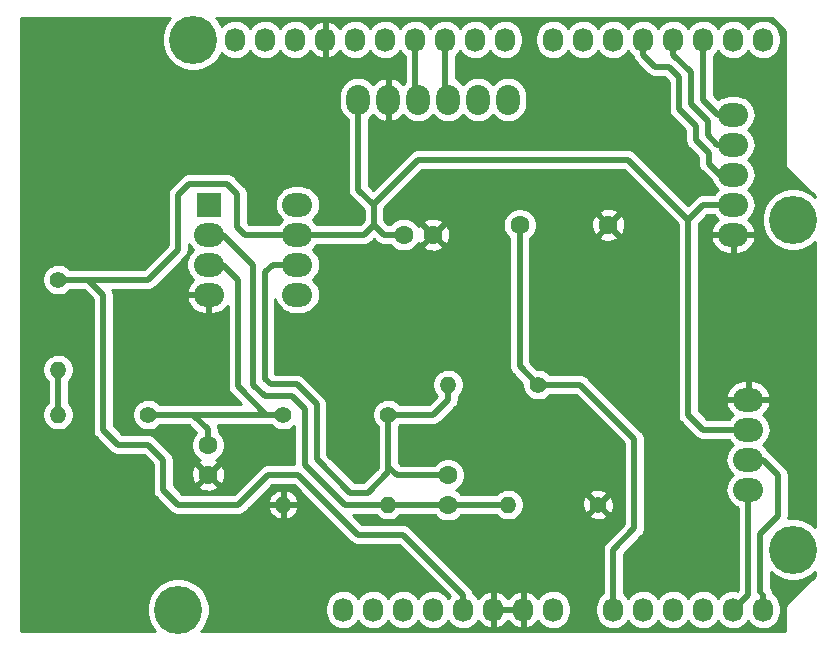
<source format=gbr>
%TF.GenerationSoftware,KiCad,Pcbnew,(5.1.10)-1*%
%TF.CreationDate,2022-03-18T17:30:20+01:00*%
%TF.ProjectId,Kicad_capteur_graphite,4b696361-645f-4636-9170-746575725f67,rev?*%
%TF.SameCoordinates,Original*%
%TF.FileFunction,Copper,L2,Bot*%
%TF.FilePolarity,Positive*%
%FSLAX46Y46*%
G04 Gerber Fmt 4.6, Leading zero omitted, Abs format (unit mm)*
G04 Created by KiCad (PCBNEW (5.1.10)-1) date 2022-03-18 17:30:20*
%MOMM*%
%LPD*%
G01*
G04 APERTURE LIST*
%TA.AperFunction,ComponentPad*%
%ADD10C,1.600000*%
%TD*%
%TA.AperFunction,ComponentPad*%
%ADD11O,2.540000X2.000000*%
%TD*%
%TA.AperFunction,ComponentPad*%
%ADD12R,2.000000X2.000000*%
%TD*%
%TA.AperFunction,ComponentPad*%
%ADD13O,2.000000X2.540000*%
%TD*%
%TA.AperFunction,ComponentPad*%
%ADD14O,1.400000X1.400000*%
%TD*%
%TA.AperFunction,ComponentPad*%
%ADD15C,1.400000*%
%TD*%
%TA.AperFunction,ComponentPad*%
%ADD16O,1.727200X2.032000*%
%TD*%
%TA.AperFunction,ComponentPad*%
%ADD17C,4.064000*%
%TD*%
%TA.AperFunction,Conductor*%
%ADD18C,0.500000*%
%TD*%
%TA.AperFunction,Conductor*%
%ADD19C,0.254000*%
%TD*%
%TA.AperFunction,Conductor*%
%ADD20C,0.100000*%
%TD*%
G04 APERTURE END LIST*
D10*
%TO.P,C4,2*%
%TO.N,ADC*%
X153898000Y-91265000D03*
%TO.P,C4,1*%
%TO.N,GND*%
X161398000Y-91265000D03*
%TD*%
%TO.P,C3,2*%
%TO.N,Net-(C3-Pad2)*%
X147828000Y-112435000D03*
%TO.P,C3,1*%
%TO.N,IN-*%
X147828000Y-114935000D03*
%TD*%
%TO.P,C2,2*%
%TO.N,+5V*%
X144058000Y-92075000D03*
%TO.P,C2,1*%
%TO.N,GND*%
X146558000Y-92075000D03*
%TD*%
%TO.P,C1,2*%
%TO.N,IN+*%
X127508000Y-109895000D03*
%TO.P,C1,1*%
%TO.N,GND*%
X127508000Y-112395000D03*
%TD*%
D11*
%TO.P,U4,5*%
%TO.N,GND*%
X171958000Y-92075000D03*
%TO.P,U4,4*%
%TO.N,+5V*%
X171958000Y-89535000D03*
%TO.P,U4,3*%
%TO.N,SWITCH*%
X171958000Y-86995000D03*
%TO.P,U4,2*%
%TO.N,DATA*%
X171958000Y-84455000D03*
%TO.P,U4,1*%
%TO.N,CLK*%
X171958000Y-81915000D03*
%TD*%
%TO.P,U3,4*%
%TO.N,GND*%
X127558000Y-97155000D03*
%TO.P,U3,5*%
%TO.N,Net-(U3-Pad5)*%
X135078000Y-97155000D03*
%TO.P,U3,3*%
%TO.N,IN+*%
X127558000Y-94615000D03*
%TO.P,U3,6*%
%TO.N,Net-(C3-Pad2)*%
X135078000Y-94615000D03*
%TO.P,U3,2*%
%TO.N,IN-*%
X127558000Y-92075000D03*
%TO.P,U3,7*%
%TO.N,+5V*%
X135078000Y-92075000D03*
D12*
%TO.P,U3,1*%
%TO.N,Net-(U3-Pad1)*%
X127558000Y-89535000D03*
D11*
%TO.P,U3,8*%
%TO.N,Net-(U3-Pad8)*%
X135078000Y-89535000D03*
%TD*%
D13*
%TO.P,U2,6*%
%TO.N,N/C*%
X152908000Y-80645000D03*
%TO.P,U2,5*%
X150368000Y-80645000D03*
%TO.P,U2,4*%
%TO.N,TX*%
X147828000Y-80645000D03*
%TO.P,U2,3*%
%TO.N,RX*%
X145288000Y-80645000D03*
%TO.P,U2,2*%
%TO.N,GND*%
X142748000Y-80645000D03*
%TO.P,U2,1*%
%TO.N,+5V*%
X140208000Y-80645000D03*
%TD*%
D11*
%TO.P,U1,4*%
%TO.N,SDA*%
X173228000Y-113665000D03*
%TO.P,U1,3*%
%TO.N,SCK*%
X173228000Y-111125000D03*
%TO.P,U1,2*%
%TO.N,+5V*%
X173228000Y-108585000D03*
%TO.P,U1,1*%
%TO.N,GND*%
X173228000Y-106045000D03*
%TD*%
D14*
%TO.P,R6,2*%
%TO.N,IN-*%
X152908000Y-114935000D03*
D15*
%TO.P,R6,1*%
%TO.N,GND*%
X160528000Y-114935000D03*
%TD*%
D14*
%TO.P,R5,2*%
%TO.N,Net-(C3-Pad2)*%
X147828000Y-104775000D03*
D15*
%TO.P,R5,1*%
%TO.N,ADC*%
X155448000Y-104775000D03*
%TD*%
D14*
%TO.P,R4,2*%
%TO.N,IN-*%
X142748000Y-114935000D03*
D15*
%TO.P,R4,1*%
%TO.N,Net-(C3-Pad2)*%
X142748000Y-107315000D03*
%TD*%
D14*
%TO.P,R3,2*%
%TO.N,GND*%
X133858000Y-114935000D03*
D15*
%TO.P,R3,1*%
%TO.N,IN+*%
X133858000Y-107315000D03*
%TD*%
D14*
%TO.P,R2,2*%
%TO.N,Net-(R1-Pad2)*%
X114808000Y-107315000D03*
D15*
%TO.P,R2,1*%
%TO.N,IN+*%
X122428000Y-107315000D03*
%TD*%
D14*
%TO.P,R1,2*%
%TO.N,Net-(R1-Pad2)*%
X114808000Y-103505000D03*
D15*
%TO.P,R1,1*%
%TO.N,+5V*%
X114808000Y-95885000D03*
%TD*%
D16*
%TO.P,P1,1*%
%TO.N,Net-(P1-Pad1)*%
X138938000Y-123825000D03*
%TO.P,P1,2*%
%TO.N,/IOREF*%
X141478000Y-123825000D03*
%TO.P,P1,3*%
%TO.N,/Reset*%
X144018000Y-123825000D03*
%TO.P,P1,4*%
%TO.N,+3V3*%
X146558000Y-123825000D03*
%TO.P,P1,5*%
%TO.N,+5V*%
X149098000Y-123825000D03*
%TO.P,P1,6*%
%TO.N,GND*%
X151638000Y-123825000D03*
%TO.P,P1,7*%
X154178000Y-123825000D03*
%TO.P,P1,8*%
%TO.N,/Vin*%
X156718000Y-123825000D03*
%TD*%
%TO.P,P2,1*%
%TO.N,ADC*%
X161798000Y-123825000D03*
%TO.P,P2,2*%
%TO.N,/A1*%
X164338000Y-123825000D03*
%TO.P,P2,3*%
%TO.N,/A2*%
X166878000Y-123825000D03*
%TO.P,P2,4*%
%TO.N,/A3*%
X169418000Y-123825000D03*
%TO.P,P2,5*%
%TO.N,SDA*%
X171958000Y-123825000D03*
%TO.P,P2,6*%
%TO.N,SCK*%
X174498000Y-123825000D03*
%TD*%
%TO.P,P3,1*%
%TO.N,/A5_SCL*%
X129794000Y-75565000D03*
%TO.P,P3,2*%
%TO.N,/A4_SDA*%
X132334000Y-75565000D03*
%TO.P,P3,3*%
%TO.N,/AREF*%
X134874000Y-75565000D03*
%TO.P,P3,4*%
%TO.N,GND*%
X137414000Y-75565000D03*
%TO.P,P3,5*%
%TO.N,/13(SCK)*%
X139954000Y-75565000D03*
%TO.P,P3,6*%
%TO.N,/12(MISO)*%
X142494000Y-75565000D03*
%TO.P,P3,7*%
%TO.N,RX*%
X145034000Y-75565000D03*
%TO.P,P3,8*%
%TO.N,TX*%
X147574000Y-75565000D03*
%TO.P,P3,9*%
%TO.N,/9(\u002A\u002A)*%
X150114000Y-75565000D03*
%TO.P,P3,10*%
%TO.N,/8*%
X152654000Y-75565000D03*
%TD*%
%TO.P,P4,1*%
%TO.N,/7*%
X156718000Y-75565000D03*
%TO.P,P4,2*%
%TO.N,/6(\u002A\u002A)*%
X159258000Y-75565000D03*
%TO.P,P4,3*%
%TO.N,/5(\u002A\u002A)*%
X161798000Y-75565000D03*
%TO.P,P4,4*%
%TO.N,SWITCH*%
X164338000Y-75565000D03*
%TO.P,P4,5*%
%TO.N,DATA*%
X166878000Y-75565000D03*
%TO.P,P4,6*%
%TO.N,CLK*%
X169418000Y-75565000D03*
%TO.P,P4,7*%
%TO.N,/1(Tx)*%
X171958000Y-75565000D03*
%TO.P,P4,8*%
%TO.N,/0(Rx)*%
X174498000Y-75565000D03*
%TD*%
D17*
%TO.P,P5,1*%
%TO.N,Net-(P5-Pad1)*%
X124968000Y-123825000D03*
%TD*%
%TO.P,P6,1*%
%TO.N,Net-(P6-Pad1)*%
X177038000Y-118745000D03*
%TD*%
%TO.P,P7,1*%
%TO.N,Net-(P7-Pad1)*%
X126238000Y-75565000D03*
%TD*%
%TO.P,P8,1*%
%TO.N,Net-(P8-Pad1)*%
X177038000Y-90805000D03*
%TD*%
D18*
%TO.N,+5V*%
X140208000Y-88265000D02*
X141558000Y-89615000D01*
X168148000Y-90805000D02*
X165608000Y-88265000D01*
X133858000Y-92075000D02*
X135078000Y-92075000D01*
X114808000Y-95885000D02*
X117348000Y-95885000D01*
X117348000Y-95885000D02*
X118618000Y-97155000D01*
X118618000Y-108585000D02*
X119888000Y-109855000D01*
X123698000Y-113665000D02*
X124968000Y-114935000D01*
X119888000Y-109855000D02*
X122428000Y-109855000D01*
X122428000Y-109855000D02*
X123698000Y-111125000D01*
X123698000Y-111125000D02*
X123698000Y-113665000D01*
X130048000Y-114935000D02*
X132588000Y-112395000D01*
X124968000Y-114935000D02*
X130048000Y-114935000D01*
X135128000Y-112395000D02*
X140208000Y-117475000D01*
X132588000Y-112395000D02*
X135128000Y-112395000D01*
X149098000Y-122555000D02*
X149098000Y-123825000D01*
X118618000Y-97155000D02*
X118618000Y-108585000D01*
X144018000Y-117475000D02*
X149098000Y-122555000D01*
X140208000Y-117475000D02*
X144018000Y-117475000D01*
X163068000Y-85725000D02*
X165608000Y-88265000D01*
X145288000Y-85725000D02*
X163068000Y-85725000D01*
X141558000Y-89455000D02*
X145288000Y-85725000D01*
X141558000Y-89615000D02*
X141558000Y-89455000D01*
X140208000Y-88265000D02*
X140208000Y-80645000D01*
X168148000Y-90805000D02*
X169418000Y-89535000D01*
X169418000Y-89535000D02*
X171958000Y-89535000D01*
X169418000Y-108585000D02*
X170688000Y-108585000D01*
X168148000Y-107315000D02*
X169418000Y-108585000D01*
X168148000Y-90805000D02*
X168148000Y-107315000D01*
X170688000Y-108585000D02*
X173228000Y-108585000D01*
X140708000Y-92075000D02*
X141558000Y-91225000D01*
X140208000Y-92075000D02*
X140708000Y-92075000D01*
X141558000Y-89615000D02*
X141558000Y-91225000D01*
X135078000Y-92075000D02*
X140208000Y-92075000D01*
X141558000Y-91245000D02*
X142388000Y-92075000D01*
X141558000Y-91225000D02*
X141558000Y-91245000D01*
X142388000Y-92075000D02*
X144058000Y-92075000D01*
X130608000Y-92075000D02*
X135078000Y-92075000D01*
X129998000Y-91465000D02*
X130608000Y-92075000D01*
X129998000Y-88624998D02*
X129998000Y-91465000D01*
X129138002Y-87765000D02*
X129998000Y-88624998D01*
X125898000Y-87765000D02*
X129138002Y-87765000D01*
X124968000Y-88695000D02*
X125898000Y-87765000D01*
X124968000Y-93345000D02*
X124968000Y-88695000D01*
X122428000Y-95885000D02*
X124968000Y-93345000D01*
X117348000Y-95885000D02*
X122428000Y-95885000D01*
%TO.N,IN+*%
X133778000Y-107395000D02*
X133858000Y-107315000D01*
X125748000Y-107315000D02*
X126248000Y-107315000D01*
X122428000Y-107315000D02*
X125748000Y-107315000D01*
X125748000Y-107315000D02*
X127428000Y-107315000D01*
X127508000Y-108575000D02*
X127508000Y-109895000D01*
X126248000Y-107315000D02*
X127508000Y-108575000D01*
X128778000Y-94615000D02*
X130048000Y-95885000D01*
X127558000Y-94615000D02*
X128778000Y-94615000D01*
X127428000Y-107315000D02*
X129348000Y-107315000D01*
X132433774Y-107315000D02*
X132648000Y-107315000D01*
X130048000Y-95885000D02*
X130048000Y-104929226D01*
X130048000Y-104929226D02*
X132433774Y-107315000D01*
X132648000Y-107315000D02*
X133858000Y-107315000D01*
X129348000Y-107315000D02*
X132648000Y-107315000D01*
%TO.N,Net-(C3-Pad2)*%
X142748000Y-107315000D02*
X145288000Y-107315000D01*
X146558000Y-107315000D02*
X145288000Y-107315000D01*
X146558000Y-107315000D02*
X147828000Y-106045000D01*
X147828000Y-106045000D02*
X147828000Y-104775000D01*
X142748000Y-111715000D02*
X142748000Y-107315000D01*
X143468000Y-112435000D02*
X142748000Y-111715000D01*
X147828000Y-112435000D02*
X143468000Y-112435000D01*
X132968010Y-94615000D02*
X135078000Y-94615000D01*
X135012217Y-104764990D02*
X132797990Y-104764990D01*
X132318010Y-95265000D02*
X132968010Y-94615000D01*
X132797990Y-104764990D02*
X132318010Y-104285010D01*
X136698010Y-111065010D02*
X136698010Y-106450783D01*
X132318010Y-104285010D02*
X132318010Y-95265000D01*
X139567990Y-113934990D02*
X136698010Y-111065010D01*
X136698010Y-106450783D02*
X135012217Y-104764990D01*
X141028010Y-113934990D02*
X139567990Y-113934990D01*
X142748000Y-112215000D02*
X141028010Y-113934990D01*
X142748000Y-111715000D02*
X142748000Y-112215000D01*
%TO.N,IN-*%
X142748000Y-114935000D02*
X147828000Y-114935000D01*
X152908000Y-114935000D02*
X147828000Y-114935000D01*
X131318000Y-94615000D02*
X128778000Y-92075000D01*
X128778000Y-92075000D02*
X127558000Y-92075000D01*
X142748000Y-114935000D02*
X141478000Y-114935000D01*
X131318000Y-94615000D02*
X131318000Y-104785000D01*
X131318000Y-104785000D02*
X132298000Y-105765000D01*
X132298000Y-105765000D02*
X134598000Y-105765000D01*
X134598000Y-105765000D02*
X135698000Y-106865000D01*
X135698000Y-106865000D02*
X135698000Y-111550773D01*
X139082227Y-114935000D02*
X141478000Y-114935000D01*
X135698000Y-111550773D02*
X139082227Y-114935000D01*
%TO.N,ADC*%
X161798000Y-118745000D02*
X161798000Y-123825000D01*
X153898000Y-103225000D02*
X155448000Y-104775000D01*
X153898000Y-91265000D02*
X153898000Y-103225000D01*
X155448000Y-104775000D02*
X159008000Y-104775000D01*
X159008000Y-104775000D02*
X163598000Y-109365000D01*
X163598000Y-116945000D02*
X161798000Y-118745000D01*
X163598000Y-109365000D02*
X163598000Y-116945000D01*
%TO.N,SDA*%
X173228000Y-122555000D02*
X171958000Y-123825000D01*
X173228000Y-113665000D02*
X173228000Y-122555000D01*
%TO.N,SCK*%
X174255999Y-123582999D02*
X174498000Y-123825000D01*
X174498000Y-122555000D02*
X174498000Y-123825000D01*
X173228000Y-111125000D02*
X174498000Y-111125000D01*
X174498000Y-111125000D02*
X175768000Y-112395000D01*
X174255999Y-117409639D02*
X174255999Y-122312999D01*
X175768000Y-115897638D02*
X174255999Y-117409639D01*
X175768000Y-112395000D02*
X175768000Y-115897638D01*
%TO.N,RX*%
X145034000Y-80391000D02*
X145288000Y-80645000D01*
X145034000Y-75565000D02*
X145034000Y-80391000D01*
%TO.N,TX*%
X147574000Y-80391000D02*
X147828000Y-80645000D01*
X147574000Y-75565000D02*
X147574000Y-80391000D01*
%TO.N,CLK*%
X171958000Y-81915000D02*
X170688000Y-81915000D01*
X169418000Y-80645000D02*
X169418000Y-75565000D01*
X170688000Y-81915000D02*
X169418000Y-80645000D01*
%TO.N,DATA*%
X171958000Y-84455000D02*
X171688000Y-84455000D01*
X166878000Y-76835000D02*
X166878000Y-75565000D01*
X168398000Y-78355000D02*
X166878000Y-76835000D01*
X168398000Y-81039227D02*
X168398000Y-78355000D01*
X169798000Y-82439227D02*
X168398000Y-81039227D01*
X170588000Y-84455000D02*
X169798000Y-83665000D01*
X169798000Y-83665000D02*
X169798000Y-82439227D01*
X171958000Y-84455000D02*
X170588000Y-84455000D01*
%TO.N,SWITCH*%
X164338000Y-76835000D02*
X164338000Y-75565000D01*
X165368000Y-77865000D02*
X164338000Y-76835000D01*
X166493774Y-77865000D02*
X165368000Y-77865000D01*
X168798000Y-82853453D02*
X167397990Y-81453444D01*
X168798000Y-84079227D02*
X168798000Y-82853453D01*
X169898000Y-85179227D02*
X168798000Y-84079227D01*
X167397990Y-78769216D02*
X166493774Y-77865000D01*
X169898000Y-86065000D02*
X169898000Y-85179227D01*
X167397990Y-81453444D02*
X167397990Y-78769216D01*
X170828000Y-86995000D02*
X169898000Y-86065000D01*
X171958000Y-86995000D02*
X170828000Y-86995000D01*
%TO.N,Net-(R1-Pad2)*%
X114808000Y-103505000D02*
X114808000Y-107315000D01*
%TD*%
D19*
%TO.N,GND*%
X124166406Y-73864887D02*
X123874536Y-74301702D01*
X123673492Y-74787065D01*
X123571000Y-75302323D01*
X123571000Y-75827677D01*
X123673492Y-76342935D01*
X123874536Y-76828298D01*
X124166406Y-77265113D01*
X124537887Y-77636594D01*
X124974702Y-77928464D01*
X125460065Y-78129508D01*
X125975323Y-78232000D01*
X126500677Y-78232000D01*
X127015935Y-78129508D01*
X127501298Y-77928464D01*
X127938113Y-77636594D01*
X128309594Y-77265113D01*
X128601464Y-76828298D01*
X128657001Y-76694219D01*
X128729203Y-76782197D01*
X128957395Y-76969469D01*
X129217737Y-77108625D01*
X129500224Y-77194316D01*
X129794000Y-77223251D01*
X130087777Y-77194316D01*
X130370264Y-77108625D01*
X130630606Y-76969469D01*
X130858797Y-76782197D01*
X131046069Y-76554006D01*
X131064000Y-76520459D01*
X131081931Y-76554006D01*
X131269203Y-76782197D01*
X131497395Y-76969469D01*
X131757737Y-77108625D01*
X132040224Y-77194316D01*
X132334000Y-77223251D01*
X132627777Y-77194316D01*
X132910264Y-77108625D01*
X133170606Y-76969469D01*
X133398797Y-76782197D01*
X133586069Y-76554006D01*
X133604000Y-76520459D01*
X133621931Y-76554006D01*
X133809203Y-76782197D01*
X134037395Y-76969469D01*
X134297737Y-77108625D01*
X134580224Y-77194316D01*
X134874000Y-77223251D01*
X135167777Y-77194316D01*
X135450264Y-77108625D01*
X135710606Y-76969469D01*
X135938797Y-76782197D01*
X136126069Y-76554006D01*
X136147424Y-76514053D01*
X136295514Y-76716729D01*
X136511965Y-76915733D01*
X136763081Y-77068686D01*
X137039211Y-77169709D01*
X137054974Y-77172358D01*
X137287000Y-77051217D01*
X137287000Y-75692000D01*
X137267000Y-75692000D01*
X137267000Y-75438000D01*
X137287000Y-75438000D01*
X137287000Y-74078783D01*
X137541000Y-74078783D01*
X137541000Y-75438000D01*
X137561000Y-75438000D01*
X137561000Y-75692000D01*
X137541000Y-75692000D01*
X137541000Y-77051217D01*
X137773026Y-77172358D01*
X137788789Y-77169709D01*
X138064919Y-77068686D01*
X138316035Y-76915733D01*
X138532486Y-76716729D01*
X138680576Y-76514053D01*
X138701931Y-76554006D01*
X138889203Y-76782197D01*
X139117395Y-76969469D01*
X139377737Y-77108625D01*
X139660224Y-77194316D01*
X139954000Y-77223251D01*
X140247777Y-77194316D01*
X140530264Y-77108625D01*
X140790606Y-76969469D01*
X141018797Y-76782197D01*
X141206069Y-76554006D01*
X141224000Y-76520459D01*
X141241931Y-76554006D01*
X141429203Y-76782197D01*
X141657395Y-76969469D01*
X141917737Y-77108625D01*
X142200224Y-77194316D01*
X142494000Y-77223251D01*
X142787777Y-77194316D01*
X143070264Y-77108625D01*
X143330606Y-76969469D01*
X143558797Y-76782197D01*
X143746069Y-76554006D01*
X143764000Y-76520459D01*
X143781931Y-76554006D01*
X143969203Y-76782197D01*
X144149000Y-76929753D01*
X144149001Y-79194645D01*
X144126286Y-79213286D01*
X144019716Y-79343143D01*
X143814317Y-79129078D01*
X143550761Y-78944990D01*
X143256355Y-78815856D01*
X143128434Y-78784876D01*
X142875000Y-78904223D01*
X142875000Y-80518000D01*
X142895000Y-80518000D01*
X142895000Y-80772000D01*
X142875000Y-80772000D01*
X142875000Y-82385777D01*
X143128434Y-82505124D01*
X143256355Y-82474144D01*
X143550761Y-82345010D01*
X143814317Y-82160922D01*
X144019716Y-81946858D01*
X144126286Y-82076714D01*
X144375249Y-82281031D01*
X144659286Y-82432852D01*
X144967485Y-82526343D01*
X145288000Y-82557911D01*
X145608516Y-82526343D01*
X145916715Y-82432852D01*
X146200752Y-82281031D01*
X146449714Y-82076714D01*
X146558000Y-81944767D01*
X146666286Y-82076714D01*
X146915249Y-82281031D01*
X147199286Y-82432852D01*
X147507485Y-82526343D01*
X147828000Y-82557911D01*
X148148516Y-82526343D01*
X148456715Y-82432852D01*
X148740752Y-82281031D01*
X148989714Y-82076714D01*
X149098000Y-81944767D01*
X149206286Y-82076714D01*
X149455249Y-82281031D01*
X149739286Y-82432852D01*
X150047485Y-82526343D01*
X150368000Y-82557911D01*
X150688516Y-82526343D01*
X150996715Y-82432852D01*
X151280752Y-82281031D01*
X151529714Y-82076714D01*
X151638000Y-81944767D01*
X151746286Y-82076714D01*
X151995249Y-82281031D01*
X152279286Y-82432852D01*
X152587485Y-82526343D01*
X152908000Y-82557911D01*
X153228516Y-82526343D01*
X153536715Y-82432852D01*
X153820752Y-82281031D01*
X154069714Y-82076714D01*
X154274031Y-81827752D01*
X154425852Y-81543715D01*
X154519343Y-81235515D01*
X154543000Y-80995321D01*
X154543000Y-80294678D01*
X154519343Y-80054484D01*
X154425852Y-79746285D01*
X154274031Y-79462248D01*
X154069714Y-79213286D01*
X153820751Y-79008969D01*
X153536714Y-78857148D01*
X153228515Y-78763657D01*
X152908000Y-78732089D01*
X152587484Y-78763657D01*
X152279285Y-78857148D01*
X151995248Y-79008969D01*
X151746286Y-79213286D01*
X151638000Y-79345234D01*
X151529714Y-79213286D01*
X151280751Y-79008969D01*
X150996714Y-78857148D01*
X150688515Y-78763657D01*
X150368000Y-78732089D01*
X150047484Y-78763657D01*
X149739285Y-78857148D01*
X149455248Y-79008969D01*
X149206286Y-79213286D01*
X149098000Y-79345234D01*
X148989714Y-79213286D01*
X148740751Y-79008969D01*
X148459000Y-78858370D01*
X148459000Y-76929753D01*
X148638797Y-76782197D01*
X148826069Y-76554006D01*
X148844000Y-76520459D01*
X148861931Y-76554006D01*
X149049203Y-76782197D01*
X149277395Y-76969469D01*
X149537737Y-77108625D01*
X149820224Y-77194316D01*
X150114000Y-77223251D01*
X150407777Y-77194316D01*
X150690264Y-77108625D01*
X150950606Y-76969469D01*
X151178797Y-76782197D01*
X151366069Y-76554006D01*
X151384000Y-76520459D01*
X151401931Y-76554006D01*
X151589203Y-76782197D01*
X151817395Y-76969469D01*
X152077737Y-77108625D01*
X152360224Y-77194316D01*
X152654000Y-77223251D01*
X152947777Y-77194316D01*
X153230264Y-77108625D01*
X153490606Y-76969469D01*
X153718797Y-76782197D01*
X153906069Y-76554006D01*
X154045225Y-76293663D01*
X154130916Y-76011176D01*
X154152600Y-75791018D01*
X154152600Y-75338981D01*
X154130916Y-75118823D01*
X154045225Y-74836336D01*
X153906069Y-74575994D01*
X153718797Y-74347803D01*
X153490605Y-74160531D01*
X153230263Y-74021375D01*
X152947776Y-73935684D01*
X152654000Y-73906749D01*
X152360223Y-73935684D01*
X152077736Y-74021375D01*
X151817394Y-74160531D01*
X151589203Y-74347803D01*
X151401931Y-74575995D01*
X151384000Y-74609541D01*
X151366069Y-74575994D01*
X151178797Y-74347803D01*
X150950605Y-74160531D01*
X150690263Y-74021375D01*
X150407776Y-73935684D01*
X150114000Y-73906749D01*
X149820223Y-73935684D01*
X149537736Y-74021375D01*
X149277394Y-74160531D01*
X149049203Y-74347803D01*
X148861931Y-74575995D01*
X148844000Y-74609541D01*
X148826069Y-74575994D01*
X148638797Y-74347803D01*
X148410605Y-74160531D01*
X148150263Y-74021375D01*
X147867776Y-73935684D01*
X147574000Y-73906749D01*
X147280223Y-73935684D01*
X146997736Y-74021375D01*
X146737394Y-74160531D01*
X146509203Y-74347803D01*
X146321931Y-74575995D01*
X146304000Y-74609541D01*
X146286069Y-74575994D01*
X146098797Y-74347803D01*
X145870605Y-74160531D01*
X145610263Y-74021375D01*
X145327776Y-73935684D01*
X145034000Y-73906749D01*
X144740223Y-73935684D01*
X144457736Y-74021375D01*
X144197394Y-74160531D01*
X143969203Y-74347803D01*
X143781931Y-74575995D01*
X143764000Y-74609541D01*
X143746069Y-74575994D01*
X143558797Y-74347803D01*
X143330605Y-74160531D01*
X143070263Y-74021375D01*
X142787776Y-73935684D01*
X142494000Y-73906749D01*
X142200223Y-73935684D01*
X141917736Y-74021375D01*
X141657394Y-74160531D01*
X141429203Y-74347803D01*
X141241931Y-74575995D01*
X141224000Y-74609541D01*
X141206069Y-74575994D01*
X141018797Y-74347803D01*
X140790605Y-74160531D01*
X140530263Y-74021375D01*
X140247776Y-73935684D01*
X139954000Y-73906749D01*
X139660223Y-73935684D01*
X139377736Y-74021375D01*
X139117394Y-74160531D01*
X138889203Y-74347803D01*
X138701931Y-74575995D01*
X138680576Y-74615947D01*
X138532486Y-74413271D01*
X138316035Y-74214267D01*
X138064919Y-74061314D01*
X137788789Y-73960291D01*
X137773026Y-73957642D01*
X137541000Y-74078783D01*
X137287000Y-74078783D01*
X137054974Y-73957642D01*
X137039211Y-73960291D01*
X136763081Y-74061314D01*
X136511965Y-74214267D01*
X136295514Y-74413271D01*
X136147424Y-74615947D01*
X136126069Y-74575994D01*
X135938797Y-74347803D01*
X135710605Y-74160531D01*
X135450263Y-74021375D01*
X135167776Y-73935684D01*
X134874000Y-73906749D01*
X134580223Y-73935684D01*
X134297736Y-74021375D01*
X134037394Y-74160531D01*
X133809203Y-74347803D01*
X133621931Y-74575995D01*
X133604000Y-74609541D01*
X133586069Y-74575994D01*
X133398797Y-74347803D01*
X133170605Y-74160531D01*
X132910263Y-74021375D01*
X132627776Y-73935684D01*
X132334000Y-73906749D01*
X132040223Y-73935684D01*
X131757736Y-74021375D01*
X131497394Y-74160531D01*
X131269203Y-74347803D01*
X131081931Y-74575995D01*
X131064000Y-74609541D01*
X131046069Y-74575994D01*
X130858797Y-74347803D01*
X130630605Y-74160531D01*
X130370263Y-74021375D01*
X130087776Y-73935684D01*
X129794000Y-73906749D01*
X129500223Y-73935684D01*
X129217736Y-74021375D01*
X128957394Y-74160531D01*
X128729203Y-74347803D01*
X128657001Y-74435781D01*
X128601464Y-74301702D01*
X128309594Y-73864887D01*
X128179707Y-73735000D01*
X175219909Y-73735000D01*
X176328001Y-74843093D01*
X176328000Y-85944125D01*
X176324565Y-85979000D01*
X176328000Y-86013875D01*
X176328000Y-86013876D01*
X176338273Y-86118183D01*
X176378872Y-86252019D01*
X176444800Y-86375362D01*
X176533525Y-86483474D01*
X176560617Y-86505708D01*
X178868001Y-88813093D01*
X178868001Y-88863294D01*
X178738113Y-88733406D01*
X178301298Y-88441536D01*
X177815935Y-88240492D01*
X177300677Y-88138000D01*
X176775323Y-88138000D01*
X176260065Y-88240492D01*
X175774702Y-88441536D01*
X175337887Y-88733406D01*
X174966406Y-89104887D01*
X174674536Y-89541702D01*
X174473492Y-90027065D01*
X174371000Y-90542323D01*
X174371000Y-91067677D01*
X174473492Y-91582935D01*
X174674536Y-92068298D01*
X174966406Y-92505113D01*
X175337887Y-92876594D01*
X175774702Y-93168464D01*
X176260065Y-93369508D01*
X176775323Y-93472000D01*
X177300677Y-93472000D01*
X177815935Y-93369508D01*
X178301298Y-93168464D01*
X178738113Y-92876594D01*
X178868001Y-92746706D01*
X178868000Y-116803293D01*
X178738113Y-116673406D01*
X178301298Y-116381536D01*
X177815935Y-116180492D01*
X177300677Y-116078000D01*
X176775323Y-116078000D01*
X176629299Y-116107046D01*
X176640195Y-116071128D01*
X176653000Y-115941115D01*
X176653000Y-115941105D01*
X176657281Y-115897639D01*
X176653000Y-115854173D01*
X176653000Y-112438465D01*
X176657281Y-112394999D01*
X176653000Y-112351533D01*
X176653000Y-112351523D01*
X176640195Y-112221510D01*
X176589589Y-112054687D01*
X176507411Y-111900941D01*
X176457359Y-111839953D01*
X176424532Y-111799953D01*
X176424530Y-111799951D01*
X176396817Y-111766183D01*
X176363050Y-111738471D01*
X175154534Y-110529956D01*
X175126817Y-110496183D01*
X174992059Y-110385589D01*
X174942535Y-110359118D01*
X174864031Y-110212248D01*
X174659714Y-109963286D01*
X174527767Y-109855000D01*
X174659714Y-109746714D01*
X174864031Y-109497752D01*
X175015852Y-109213715D01*
X175109343Y-108905516D01*
X175140911Y-108585000D01*
X175109343Y-108264484D01*
X175015852Y-107956285D01*
X174864031Y-107672248D01*
X174659714Y-107423286D01*
X174529858Y-107316716D01*
X174743922Y-107111317D01*
X174928010Y-106847761D01*
X175057144Y-106553355D01*
X175088124Y-106425434D01*
X174968777Y-106172000D01*
X173355000Y-106172000D01*
X173355000Y-106192000D01*
X173101000Y-106192000D01*
X173101000Y-106172000D01*
X171487223Y-106172000D01*
X171367876Y-106425434D01*
X171398856Y-106553355D01*
X171527990Y-106847761D01*
X171712078Y-107111317D01*
X171926142Y-107316716D01*
X171796286Y-107423286D01*
X171591969Y-107672248D01*
X171577135Y-107700000D01*
X169784579Y-107700000D01*
X169033000Y-106948422D01*
X169033000Y-105664566D01*
X171367876Y-105664566D01*
X171487223Y-105918000D01*
X173101000Y-105918000D01*
X173101000Y-104410000D01*
X173355000Y-104410000D01*
X173355000Y-105918000D01*
X174968777Y-105918000D01*
X175088124Y-105664566D01*
X175057144Y-105536645D01*
X174928010Y-105242239D01*
X174743922Y-104978683D01*
X174511954Y-104756105D01*
X174241020Y-104583058D01*
X173941532Y-104466193D01*
X173625000Y-104410000D01*
X173355000Y-104410000D01*
X173101000Y-104410000D01*
X172831000Y-104410000D01*
X172514468Y-104466193D01*
X172214980Y-104583058D01*
X171944046Y-104756105D01*
X171712078Y-104978683D01*
X171527990Y-105242239D01*
X171398856Y-105536645D01*
X171367876Y-105664566D01*
X169033000Y-105664566D01*
X169033000Y-92455434D01*
X170097876Y-92455434D01*
X170128856Y-92583355D01*
X170257990Y-92877761D01*
X170442078Y-93141317D01*
X170674046Y-93363895D01*
X170944980Y-93536942D01*
X171244468Y-93653807D01*
X171561000Y-93710000D01*
X171831000Y-93710000D01*
X171831000Y-92202000D01*
X172085000Y-92202000D01*
X172085000Y-93710000D01*
X172355000Y-93710000D01*
X172671532Y-93653807D01*
X172971020Y-93536942D01*
X173241954Y-93363895D01*
X173473922Y-93141317D01*
X173658010Y-92877761D01*
X173787144Y-92583355D01*
X173818124Y-92455434D01*
X173698777Y-92202000D01*
X172085000Y-92202000D01*
X171831000Y-92202000D01*
X170217223Y-92202000D01*
X170097876Y-92455434D01*
X169033000Y-92455434D01*
X169033000Y-91171578D01*
X169784579Y-90420000D01*
X170307135Y-90420000D01*
X170321969Y-90447752D01*
X170526286Y-90696714D01*
X170656142Y-90803284D01*
X170442078Y-91008683D01*
X170257990Y-91272239D01*
X170128856Y-91566645D01*
X170097876Y-91694566D01*
X170217223Y-91948000D01*
X171831000Y-91948000D01*
X171831000Y-91928000D01*
X172085000Y-91928000D01*
X172085000Y-91948000D01*
X173698777Y-91948000D01*
X173818124Y-91694566D01*
X173787144Y-91566645D01*
X173658010Y-91272239D01*
X173473922Y-91008683D01*
X173259858Y-90803284D01*
X173389714Y-90696714D01*
X173594031Y-90447752D01*
X173745852Y-90163715D01*
X173839343Y-89855516D01*
X173870911Y-89535000D01*
X173839343Y-89214484D01*
X173745852Y-88906285D01*
X173594031Y-88622248D01*
X173389714Y-88373286D01*
X173257767Y-88265000D01*
X173389714Y-88156714D01*
X173594031Y-87907752D01*
X173745852Y-87623715D01*
X173839343Y-87315516D01*
X173870911Y-86995000D01*
X173839343Y-86674484D01*
X173745852Y-86366285D01*
X173594031Y-86082248D01*
X173389714Y-85833286D01*
X173257767Y-85725000D01*
X173389714Y-85616714D01*
X173594031Y-85367752D01*
X173745852Y-85083715D01*
X173839343Y-84775516D01*
X173870911Y-84455000D01*
X173839343Y-84134484D01*
X173745852Y-83826285D01*
X173594031Y-83542248D01*
X173389714Y-83293286D01*
X173257767Y-83185000D01*
X173389714Y-83076714D01*
X173594031Y-82827752D01*
X173745852Y-82543715D01*
X173839343Y-82235516D01*
X173870911Y-81915000D01*
X173839343Y-81594484D01*
X173745852Y-81286285D01*
X173594031Y-81002248D01*
X173389714Y-80753286D01*
X173140752Y-80548969D01*
X172856715Y-80397148D01*
X172548516Y-80303657D01*
X172308322Y-80280000D01*
X171607678Y-80280000D01*
X171367484Y-80303657D01*
X171059285Y-80397148D01*
X170775248Y-80548969D01*
X170664465Y-80639886D01*
X170303000Y-80278422D01*
X170303000Y-76929753D01*
X170482797Y-76782197D01*
X170670069Y-76554006D01*
X170688000Y-76520459D01*
X170705931Y-76554006D01*
X170893203Y-76782197D01*
X171121395Y-76969469D01*
X171381737Y-77108625D01*
X171664224Y-77194316D01*
X171958000Y-77223251D01*
X172251777Y-77194316D01*
X172534264Y-77108625D01*
X172794606Y-76969469D01*
X173022797Y-76782197D01*
X173210069Y-76554006D01*
X173228000Y-76520459D01*
X173245931Y-76554006D01*
X173433203Y-76782197D01*
X173661395Y-76969469D01*
X173921737Y-77108625D01*
X174204224Y-77194316D01*
X174498000Y-77223251D01*
X174791777Y-77194316D01*
X175074264Y-77108625D01*
X175334606Y-76969469D01*
X175562797Y-76782197D01*
X175750069Y-76554006D01*
X175889225Y-76293663D01*
X175974916Y-76011176D01*
X175996600Y-75791018D01*
X175996600Y-75338981D01*
X175974916Y-75118823D01*
X175889225Y-74836336D01*
X175750069Y-74575994D01*
X175562797Y-74347803D01*
X175334605Y-74160531D01*
X175074263Y-74021375D01*
X174791776Y-73935684D01*
X174498000Y-73906749D01*
X174204223Y-73935684D01*
X173921736Y-74021375D01*
X173661394Y-74160531D01*
X173433203Y-74347803D01*
X173245931Y-74575995D01*
X173228000Y-74609541D01*
X173210069Y-74575994D01*
X173022797Y-74347803D01*
X172794605Y-74160531D01*
X172534263Y-74021375D01*
X172251776Y-73935684D01*
X171958000Y-73906749D01*
X171664223Y-73935684D01*
X171381736Y-74021375D01*
X171121394Y-74160531D01*
X170893203Y-74347803D01*
X170705931Y-74575995D01*
X170688000Y-74609541D01*
X170670069Y-74575994D01*
X170482797Y-74347803D01*
X170254605Y-74160531D01*
X169994263Y-74021375D01*
X169711776Y-73935684D01*
X169418000Y-73906749D01*
X169124223Y-73935684D01*
X168841736Y-74021375D01*
X168581394Y-74160531D01*
X168353203Y-74347803D01*
X168165931Y-74575995D01*
X168148000Y-74609541D01*
X168130069Y-74575994D01*
X167942797Y-74347803D01*
X167714605Y-74160531D01*
X167454263Y-74021375D01*
X167171776Y-73935684D01*
X166878000Y-73906749D01*
X166584223Y-73935684D01*
X166301736Y-74021375D01*
X166041394Y-74160531D01*
X165813203Y-74347803D01*
X165625931Y-74575995D01*
X165608000Y-74609541D01*
X165590069Y-74575994D01*
X165402797Y-74347803D01*
X165174605Y-74160531D01*
X164914263Y-74021375D01*
X164631776Y-73935684D01*
X164338000Y-73906749D01*
X164044223Y-73935684D01*
X163761736Y-74021375D01*
X163501394Y-74160531D01*
X163273203Y-74347803D01*
X163085931Y-74575995D01*
X163068000Y-74609541D01*
X163050069Y-74575994D01*
X162862797Y-74347803D01*
X162634605Y-74160531D01*
X162374263Y-74021375D01*
X162091776Y-73935684D01*
X161798000Y-73906749D01*
X161504223Y-73935684D01*
X161221736Y-74021375D01*
X160961394Y-74160531D01*
X160733203Y-74347803D01*
X160545931Y-74575995D01*
X160528000Y-74609541D01*
X160510069Y-74575994D01*
X160322797Y-74347803D01*
X160094605Y-74160531D01*
X159834263Y-74021375D01*
X159551776Y-73935684D01*
X159258000Y-73906749D01*
X158964223Y-73935684D01*
X158681736Y-74021375D01*
X158421394Y-74160531D01*
X158193203Y-74347803D01*
X158005931Y-74575995D01*
X157988000Y-74609541D01*
X157970069Y-74575994D01*
X157782797Y-74347803D01*
X157554605Y-74160531D01*
X157294263Y-74021375D01*
X157011776Y-73935684D01*
X156718000Y-73906749D01*
X156424223Y-73935684D01*
X156141736Y-74021375D01*
X155881394Y-74160531D01*
X155653203Y-74347803D01*
X155465931Y-74575995D01*
X155326775Y-74836337D01*
X155241084Y-75118824D01*
X155219400Y-75338982D01*
X155219400Y-75791019D01*
X155241084Y-76011177D01*
X155326775Y-76293664D01*
X155465931Y-76554006D01*
X155653203Y-76782197D01*
X155881395Y-76969469D01*
X156141737Y-77108625D01*
X156424224Y-77194316D01*
X156718000Y-77223251D01*
X157011777Y-77194316D01*
X157294264Y-77108625D01*
X157554606Y-76969469D01*
X157782797Y-76782197D01*
X157970069Y-76554006D01*
X157988000Y-76520459D01*
X158005931Y-76554006D01*
X158193203Y-76782197D01*
X158421395Y-76969469D01*
X158681737Y-77108625D01*
X158964224Y-77194316D01*
X159258000Y-77223251D01*
X159551777Y-77194316D01*
X159834264Y-77108625D01*
X160094606Y-76969469D01*
X160322797Y-76782197D01*
X160510069Y-76554006D01*
X160528000Y-76520459D01*
X160545931Y-76554006D01*
X160733203Y-76782197D01*
X160961395Y-76969469D01*
X161221737Y-77108625D01*
X161504224Y-77194316D01*
X161798000Y-77223251D01*
X162091777Y-77194316D01*
X162374264Y-77108625D01*
X162634606Y-76969469D01*
X162862797Y-76782197D01*
X163050069Y-76554006D01*
X163068000Y-76520459D01*
X163085931Y-76554006D01*
X163273203Y-76782197D01*
X163458494Y-76934261D01*
X163465805Y-77008489D01*
X163516411Y-77175312D01*
X163598589Y-77329058D01*
X163709183Y-77463817D01*
X163742956Y-77491534D01*
X164711470Y-78460049D01*
X164739183Y-78493817D01*
X164772951Y-78521530D01*
X164772953Y-78521532D01*
X164844452Y-78580210D01*
X164873941Y-78604411D01*
X165027687Y-78686589D01*
X165143903Y-78721843D01*
X165194509Y-78737195D01*
X165209306Y-78738652D01*
X165324523Y-78750000D01*
X165324531Y-78750000D01*
X165368000Y-78754281D01*
X165411469Y-78750000D01*
X166127196Y-78750000D01*
X166512991Y-79135796D01*
X166512990Y-81409975D01*
X166508709Y-81453444D01*
X166512990Y-81496910D01*
X166512990Y-81496920D01*
X166525795Y-81626933D01*
X166576401Y-81793756D01*
X166658579Y-81947502D01*
X166769173Y-82082261D01*
X166802946Y-82109978D01*
X167913001Y-83220033D01*
X167913000Y-84035757D01*
X167908719Y-84079227D01*
X167913000Y-84122696D01*
X167913000Y-84122703D01*
X167916581Y-84159058D01*
X167925805Y-84252717D01*
X167934540Y-84281510D01*
X167976411Y-84419539D01*
X168058589Y-84573285D01*
X168169183Y-84708044D01*
X168202956Y-84735761D01*
X169013000Y-85545806D01*
X169013000Y-86021531D01*
X169008719Y-86065000D01*
X169013000Y-86108469D01*
X169013000Y-86108476D01*
X169023891Y-86219059D01*
X169025805Y-86238490D01*
X169030992Y-86255589D01*
X169076411Y-86405312D01*
X169158589Y-86559058D01*
X169269183Y-86693817D01*
X169302956Y-86721534D01*
X170154913Y-87573492D01*
X170170148Y-87623715D01*
X170321969Y-87907752D01*
X170526286Y-88156714D01*
X170658233Y-88265000D01*
X170526286Y-88373286D01*
X170321969Y-88622248D01*
X170307135Y-88650000D01*
X169461465Y-88650000D01*
X169417999Y-88645719D01*
X169374533Y-88650000D01*
X169374523Y-88650000D01*
X169244510Y-88662805D01*
X169077687Y-88713411D01*
X168923941Y-88795589D01*
X168923939Y-88795590D01*
X168923940Y-88795590D01*
X168822953Y-88878468D01*
X168822951Y-88878470D01*
X168789183Y-88906183D01*
X168761470Y-88939951D01*
X168148000Y-89553421D01*
X166264536Y-87669958D01*
X166264532Y-87669953D01*
X163724534Y-85129956D01*
X163696817Y-85096183D01*
X163562059Y-84985589D01*
X163408313Y-84903411D01*
X163241490Y-84852805D01*
X163111477Y-84840000D01*
X163111469Y-84840000D01*
X163068000Y-84835719D01*
X163024531Y-84840000D01*
X145331469Y-84840000D01*
X145288000Y-84835719D01*
X145244531Y-84840000D01*
X145244523Y-84840000D01*
X145114510Y-84852805D01*
X144947686Y-84903411D01*
X144793941Y-84985589D01*
X144692953Y-85068468D01*
X144692951Y-85068470D01*
X144659183Y-85096183D01*
X144631470Y-85129951D01*
X141478000Y-88283422D01*
X141093000Y-87898422D01*
X141093000Y-82295865D01*
X141120752Y-82281031D01*
X141369714Y-82076714D01*
X141476284Y-81946858D01*
X141681683Y-82160922D01*
X141945239Y-82345010D01*
X142239645Y-82474144D01*
X142367566Y-82505124D01*
X142621000Y-82385777D01*
X142621000Y-80772000D01*
X142601000Y-80772000D01*
X142601000Y-80518000D01*
X142621000Y-80518000D01*
X142621000Y-78904223D01*
X142367566Y-78784876D01*
X142239645Y-78815856D01*
X141945239Y-78944990D01*
X141681683Y-79129078D01*
X141476284Y-79343142D01*
X141369714Y-79213286D01*
X141120751Y-79008969D01*
X140836714Y-78857148D01*
X140528515Y-78763657D01*
X140208000Y-78732089D01*
X139887484Y-78763657D01*
X139579285Y-78857148D01*
X139295248Y-79008969D01*
X139046286Y-79213286D01*
X138841969Y-79462249D01*
X138690148Y-79746286D01*
X138596657Y-80054485D01*
X138573000Y-80294679D01*
X138573000Y-80995322D01*
X138596657Y-81235516D01*
X138690148Y-81543715D01*
X138841969Y-81827752D01*
X139046286Y-82076714D01*
X139295249Y-82281031D01*
X139323001Y-82295865D01*
X139323000Y-88221531D01*
X139318719Y-88265000D01*
X139323000Y-88308469D01*
X139323000Y-88308476D01*
X139331405Y-88393817D01*
X139335805Y-88438490D01*
X139349648Y-88484123D01*
X139386411Y-88605312D01*
X139468589Y-88759058D01*
X139579183Y-88893817D01*
X139612954Y-88921532D01*
X140673000Y-89981579D01*
X140673001Y-90858421D01*
X140341422Y-91190000D01*
X136728865Y-91190000D01*
X136714031Y-91162248D01*
X136509714Y-90913286D01*
X136377767Y-90805000D01*
X136509714Y-90696714D01*
X136714031Y-90447752D01*
X136865852Y-90163715D01*
X136959343Y-89855516D01*
X136990911Y-89535000D01*
X136959343Y-89214484D01*
X136865852Y-88906285D01*
X136714031Y-88622248D01*
X136509714Y-88373286D01*
X136260752Y-88168969D01*
X135976715Y-88017148D01*
X135668516Y-87923657D01*
X135428322Y-87900000D01*
X134727678Y-87900000D01*
X134487484Y-87923657D01*
X134179285Y-88017148D01*
X133895248Y-88168969D01*
X133646286Y-88373286D01*
X133441969Y-88622248D01*
X133290148Y-88906285D01*
X133196657Y-89214484D01*
X133165089Y-89535000D01*
X133196657Y-89855516D01*
X133290148Y-90163715D01*
X133441969Y-90447752D01*
X133646286Y-90696714D01*
X133778233Y-90805000D01*
X133646286Y-90913286D01*
X133441969Y-91162248D01*
X133427135Y-91190000D01*
X130974579Y-91190000D01*
X130883000Y-91098422D01*
X130883000Y-88668467D01*
X130887281Y-88624998D01*
X130883000Y-88581529D01*
X130883000Y-88581521D01*
X130870195Y-88451508D01*
X130819589Y-88284685D01*
X130737411Y-88130939D01*
X130705052Y-88091510D01*
X130654532Y-88029951D01*
X130654530Y-88029949D01*
X130626817Y-87996181D01*
X130593050Y-87968469D01*
X129794536Y-87169956D01*
X129766819Y-87136183D01*
X129632061Y-87025589D01*
X129478315Y-86943411D01*
X129311492Y-86892805D01*
X129181479Y-86880000D01*
X129181471Y-86880000D01*
X129138002Y-86875719D01*
X129094533Y-86880000D01*
X125941469Y-86880000D01*
X125898000Y-86875719D01*
X125854531Y-86880000D01*
X125854523Y-86880000D01*
X125724510Y-86892805D01*
X125557686Y-86943411D01*
X125403941Y-87025589D01*
X125302953Y-87108468D01*
X125302951Y-87108470D01*
X125269183Y-87136183D01*
X125241470Y-87169951D01*
X124372951Y-88038471D01*
X124339184Y-88066183D01*
X124311471Y-88099951D01*
X124311468Y-88099954D01*
X124228590Y-88200941D01*
X124146412Y-88354687D01*
X124095805Y-88521510D01*
X124078719Y-88695000D01*
X124083001Y-88738479D01*
X124083000Y-92978421D01*
X122061422Y-95000000D01*
X117391469Y-95000000D01*
X117348000Y-94995719D01*
X117304531Y-95000000D01*
X115810975Y-95000000D01*
X115659013Y-94848038D01*
X115440359Y-94701939D01*
X115197405Y-94601304D01*
X114939486Y-94550000D01*
X114676514Y-94550000D01*
X114418595Y-94601304D01*
X114175641Y-94701939D01*
X113956987Y-94848038D01*
X113771038Y-95033987D01*
X113624939Y-95252641D01*
X113524304Y-95495595D01*
X113473000Y-95753514D01*
X113473000Y-96016486D01*
X113524304Y-96274405D01*
X113624939Y-96517359D01*
X113771038Y-96736013D01*
X113956987Y-96921962D01*
X114175641Y-97068061D01*
X114418595Y-97168696D01*
X114676514Y-97220000D01*
X114939486Y-97220000D01*
X115197405Y-97168696D01*
X115440359Y-97068061D01*
X115659013Y-96921962D01*
X115810975Y-96770000D01*
X116981422Y-96770000D01*
X117733000Y-97521579D01*
X117733001Y-108541521D01*
X117728719Y-108585000D01*
X117745805Y-108758490D01*
X117796412Y-108925313D01*
X117878590Y-109079059D01*
X117961468Y-109180046D01*
X117961471Y-109180049D01*
X117989184Y-109213817D01*
X118022951Y-109241529D01*
X119231470Y-110450049D01*
X119259183Y-110483817D01*
X119292951Y-110511530D01*
X119292953Y-110511532D01*
X119315399Y-110529953D01*
X119393941Y-110594411D01*
X119547687Y-110676589D01*
X119714510Y-110727195D01*
X119844523Y-110740000D01*
X119844533Y-110740000D01*
X119887999Y-110744281D01*
X119931465Y-110740000D01*
X122061422Y-110740000D01*
X122813000Y-111491579D01*
X122813001Y-113621521D01*
X122808719Y-113665000D01*
X122825805Y-113838490D01*
X122876412Y-114005313D01*
X122958590Y-114159059D01*
X123041468Y-114260046D01*
X123041471Y-114260049D01*
X123069184Y-114293817D01*
X123102951Y-114321529D01*
X124311470Y-115530049D01*
X124339183Y-115563817D01*
X124372951Y-115591530D01*
X124372953Y-115591532D01*
X124401216Y-115614727D01*
X124473941Y-115674411D01*
X124627687Y-115756589D01*
X124794510Y-115807195D01*
X124924523Y-115820000D01*
X124924533Y-115820000D01*
X124967999Y-115824281D01*
X125011465Y-115820000D01*
X130004531Y-115820000D01*
X130048000Y-115824281D01*
X130091469Y-115820000D01*
X130091477Y-115820000D01*
X130221490Y-115807195D01*
X130388313Y-115756589D01*
X130542059Y-115674411D01*
X130676817Y-115563817D01*
X130704534Y-115530044D01*
X130966248Y-115268330D01*
X132565278Y-115268330D01*
X132655147Y-115514123D01*
X132791241Y-115737660D01*
X132968330Y-115930351D01*
X133179608Y-116084792D01*
X133416956Y-116195047D01*
X133524671Y-116227716D01*
X133731000Y-116104374D01*
X133731000Y-115062000D01*
X133985000Y-115062000D01*
X133985000Y-116104374D01*
X134191329Y-116227716D01*
X134299044Y-116195047D01*
X134536392Y-116084792D01*
X134747670Y-115930351D01*
X134924759Y-115737660D01*
X135060853Y-115514123D01*
X135150722Y-115268330D01*
X135028201Y-115062000D01*
X133985000Y-115062000D01*
X133731000Y-115062000D01*
X132687799Y-115062000D01*
X132565278Y-115268330D01*
X130966248Y-115268330D01*
X131632908Y-114601670D01*
X132565278Y-114601670D01*
X132687799Y-114808000D01*
X133731000Y-114808000D01*
X133731000Y-113765626D01*
X133985000Y-113765626D01*
X133985000Y-114808000D01*
X135028201Y-114808000D01*
X135150722Y-114601670D01*
X135060853Y-114355877D01*
X134924759Y-114132340D01*
X134747670Y-113939649D01*
X134536392Y-113785208D01*
X134299044Y-113674953D01*
X134191329Y-113642284D01*
X133985000Y-113765626D01*
X133731000Y-113765626D01*
X133524671Y-113642284D01*
X133416956Y-113674953D01*
X133179608Y-113785208D01*
X132968330Y-113939649D01*
X132791241Y-114132340D01*
X132655147Y-114355877D01*
X132565278Y-114601670D01*
X131632908Y-114601670D01*
X132954579Y-113280000D01*
X134761422Y-113280000D01*
X139551470Y-118070049D01*
X139579183Y-118103817D01*
X139612951Y-118131530D01*
X139612953Y-118131532D01*
X139713941Y-118214411D01*
X139867687Y-118296589D01*
X140034510Y-118347195D01*
X140164523Y-118360000D01*
X140164531Y-118360000D01*
X140208000Y-118364281D01*
X140251469Y-118360000D01*
X143651422Y-118360000D01*
X147972811Y-122681390D01*
X147845931Y-122835995D01*
X147828000Y-122869541D01*
X147810069Y-122835994D01*
X147622797Y-122607803D01*
X147394605Y-122420531D01*
X147134263Y-122281375D01*
X146851776Y-122195684D01*
X146558000Y-122166749D01*
X146264223Y-122195684D01*
X145981736Y-122281375D01*
X145721394Y-122420531D01*
X145493203Y-122607803D01*
X145305931Y-122835995D01*
X145288000Y-122869541D01*
X145270069Y-122835994D01*
X145082797Y-122607803D01*
X144854605Y-122420531D01*
X144594263Y-122281375D01*
X144311776Y-122195684D01*
X144018000Y-122166749D01*
X143724223Y-122195684D01*
X143441736Y-122281375D01*
X143181394Y-122420531D01*
X142953203Y-122607803D01*
X142765931Y-122835995D01*
X142748000Y-122869541D01*
X142730069Y-122835994D01*
X142542797Y-122607803D01*
X142314605Y-122420531D01*
X142054263Y-122281375D01*
X141771776Y-122195684D01*
X141478000Y-122166749D01*
X141184223Y-122195684D01*
X140901736Y-122281375D01*
X140641394Y-122420531D01*
X140413203Y-122607803D01*
X140225931Y-122835995D01*
X140208000Y-122869541D01*
X140190069Y-122835994D01*
X140002797Y-122607803D01*
X139774605Y-122420531D01*
X139514263Y-122281375D01*
X139231776Y-122195684D01*
X138938000Y-122166749D01*
X138644223Y-122195684D01*
X138361736Y-122281375D01*
X138101394Y-122420531D01*
X137873203Y-122607803D01*
X137685931Y-122835995D01*
X137546775Y-123096337D01*
X137461084Y-123378824D01*
X137439400Y-123598982D01*
X137439400Y-124051019D01*
X137461084Y-124271177D01*
X137546775Y-124553664D01*
X137685931Y-124814006D01*
X137873203Y-125042197D01*
X138101395Y-125229469D01*
X138361737Y-125368625D01*
X138644224Y-125454316D01*
X138938000Y-125483251D01*
X139231777Y-125454316D01*
X139514264Y-125368625D01*
X139774606Y-125229469D01*
X140002797Y-125042197D01*
X140190069Y-124814006D01*
X140208000Y-124780459D01*
X140225931Y-124814006D01*
X140413203Y-125042197D01*
X140641395Y-125229469D01*
X140901737Y-125368625D01*
X141184224Y-125454316D01*
X141478000Y-125483251D01*
X141771777Y-125454316D01*
X142054264Y-125368625D01*
X142314606Y-125229469D01*
X142542797Y-125042197D01*
X142730069Y-124814006D01*
X142748000Y-124780459D01*
X142765931Y-124814006D01*
X142953203Y-125042197D01*
X143181395Y-125229469D01*
X143441737Y-125368625D01*
X143724224Y-125454316D01*
X144018000Y-125483251D01*
X144311777Y-125454316D01*
X144594264Y-125368625D01*
X144854606Y-125229469D01*
X145082797Y-125042197D01*
X145270069Y-124814006D01*
X145288000Y-124780459D01*
X145305931Y-124814006D01*
X145493203Y-125042197D01*
X145721395Y-125229469D01*
X145981737Y-125368625D01*
X146264224Y-125454316D01*
X146558000Y-125483251D01*
X146851777Y-125454316D01*
X147134264Y-125368625D01*
X147394606Y-125229469D01*
X147622797Y-125042197D01*
X147810069Y-124814006D01*
X147828000Y-124780459D01*
X147845931Y-124814006D01*
X148033203Y-125042197D01*
X148261395Y-125229469D01*
X148521737Y-125368625D01*
X148804224Y-125454316D01*
X149098000Y-125483251D01*
X149391777Y-125454316D01*
X149674264Y-125368625D01*
X149934606Y-125229469D01*
X150162797Y-125042197D01*
X150350069Y-124814006D01*
X150371424Y-124774053D01*
X150519514Y-124976729D01*
X150735965Y-125175733D01*
X150987081Y-125328686D01*
X151263211Y-125429709D01*
X151278974Y-125432358D01*
X151511000Y-125311217D01*
X151511000Y-123952000D01*
X151765000Y-123952000D01*
X151765000Y-125311217D01*
X151997026Y-125432358D01*
X152012789Y-125429709D01*
X152288919Y-125328686D01*
X152540035Y-125175733D01*
X152756486Y-124976729D01*
X152908000Y-124769367D01*
X153059514Y-124976729D01*
X153275965Y-125175733D01*
X153527081Y-125328686D01*
X153803211Y-125429709D01*
X153818974Y-125432358D01*
X154051000Y-125311217D01*
X154051000Y-123952000D01*
X151765000Y-123952000D01*
X151511000Y-123952000D01*
X151491000Y-123952000D01*
X151491000Y-123698000D01*
X151511000Y-123698000D01*
X151511000Y-122338783D01*
X151765000Y-122338783D01*
X151765000Y-123698000D01*
X154051000Y-123698000D01*
X154051000Y-122338783D01*
X154305000Y-122338783D01*
X154305000Y-123698000D01*
X154325000Y-123698000D01*
X154325000Y-123952000D01*
X154305000Y-123952000D01*
X154305000Y-125311217D01*
X154537026Y-125432358D01*
X154552789Y-125429709D01*
X154828919Y-125328686D01*
X155080035Y-125175733D01*
X155296486Y-124976729D01*
X155444576Y-124774053D01*
X155465931Y-124814006D01*
X155653203Y-125042197D01*
X155881395Y-125229469D01*
X156141737Y-125368625D01*
X156424224Y-125454316D01*
X156718000Y-125483251D01*
X157011777Y-125454316D01*
X157294264Y-125368625D01*
X157554606Y-125229469D01*
X157782797Y-125042197D01*
X157970069Y-124814006D01*
X158109225Y-124553663D01*
X158194916Y-124271176D01*
X158216600Y-124051018D01*
X158216600Y-123598981D01*
X158194916Y-123378823D01*
X158109225Y-123096336D01*
X157970069Y-122835994D01*
X157782797Y-122607803D01*
X157554605Y-122420531D01*
X157294263Y-122281375D01*
X157011776Y-122195684D01*
X156718000Y-122166749D01*
X156424223Y-122195684D01*
X156141736Y-122281375D01*
X155881394Y-122420531D01*
X155653203Y-122607803D01*
X155465931Y-122835995D01*
X155444576Y-122875947D01*
X155296486Y-122673271D01*
X155080035Y-122474267D01*
X154828919Y-122321314D01*
X154552789Y-122220291D01*
X154537026Y-122217642D01*
X154305000Y-122338783D01*
X154051000Y-122338783D01*
X153818974Y-122217642D01*
X153803211Y-122220291D01*
X153527081Y-122321314D01*
X153275965Y-122474267D01*
X153059514Y-122673271D01*
X152908000Y-122880633D01*
X152756486Y-122673271D01*
X152540035Y-122474267D01*
X152288919Y-122321314D01*
X152012789Y-122220291D01*
X151997026Y-122217642D01*
X151765000Y-122338783D01*
X151511000Y-122338783D01*
X151278974Y-122217642D01*
X151263211Y-122220291D01*
X150987081Y-122321314D01*
X150735965Y-122474267D01*
X150519514Y-122673271D01*
X150371424Y-122875947D01*
X150350069Y-122835994D01*
X150162797Y-122607803D01*
X149977506Y-122455739D01*
X149970195Y-122381510D01*
X149919589Y-122214687D01*
X149837411Y-122060941D01*
X149786113Y-121998435D01*
X149754532Y-121959953D01*
X149754530Y-121959951D01*
X149726817Y-121926183D01*
X149693051Y-121898472D01*
X144674534Y-116879956D01*
X144646817Y-116846183D01*
X144512059Y-116735589D01*
X144358313Y-116653411D01*
X144191490Y-116602805D01*
X144061477Y-116590000D01*
X144061469Y-116590000D01*
X144018000Y-116585719D01*
X143974531Y-116590000D01*
X140574579Y-116590000D01*
X139804579Y-115820000D01*
X141745025Y-115820000D01*
X141896987Y-115971962D01*
X142115641Y-116118061D01*
X142358595Y-116218696D01*
X142616514Y-116270000D01*
X142879486Y-116270000D01*
X143137405Y-116218696D01*
X143380359Y-116118061D01*
X143599013Y-115971962D01*
X143750975Y-115820000D01*
X146693479Y-115820000D01*
X146713363Y-115849759D01*
X146913241Y-116049637D01*
X147148273Y-116206680D01*
X147409426Y-116314853D01*
X147686665Y-116370000D01*
X147969335Y-116370000D01*
X148246574Y-116314853D01*
X148507727Y-116206680D01*
X148742759Y-116049637D01*
X148942637Y-115849759D01*
X148962521Y-115820000D01*
X151905025Y-115820000D01*
X152056987Y-115971962D01*
X152275641Y-116118061D01*
X152518595Y-116218696D01*
X152776514Y-116270000D01*
X153039486Y-116270000D01*
X153297405Y-116218696D01*
X153540359Y-116118061D01*
X153759013Y-115971962D01*
X153874706Y-115856269D01*
X159786336Y-115856269D01*
X159845797Y-116090037D01*
X160084242Y-116200934D01*
X160339740Y-116263183D01*
X160602473Y-116274390D01*
X160862344Y-116234125D01*
X161109366Y-116143935D01*
X161210203Y-116090037D01*
X161269664Y-115856269D01*
X160528000Y-115114605D01*
X159786336Y-115856269D01*
X153874706Y-115856269D01*
X153944962Y-115786013D01*
X154091061Y-115567359D01*
X154191696Y-115324405D01*
X154243000Y-115066486D01*
X154243000Y-115009473D01*
X159188610Y-115009473D01*
X159228875Y-115269344D01*
X159319065Y-115516366D01*
X159372963Y-115617203D01*
X159606731Y-115676664D01*
X160348395Y-114935000D01*
X160707605Y-114935000D01*
X161449269Y-115676664D01*
X161683037Y-115617203D01*
X161793934Y-115378758D01*
X161856183Y-115123260D01*
X161867390Y-114860527D01*
X161827125Y-114600656D01*
X161736935Y-114353634D01*
X161683037Y-114252797D01*
X161449269Y-114193336D01*
X160707605Y-114935000D01*
X160348395Y-114935000D01*
X159606731Y-114193336D01*
X159372963Y-114252797D01*
X159262066Y-114491242D01*
X159199817Y-114746740D01*
X159188610Y-115009473D01*
X154243000Y-115009473D01*
X154243000Y-114803514D01*
X154191696Y-114545595D01*
X154091061Y-114302641D01*
X153944962Y-114083987D01*
X153874706Y-114013731D01*
X159786336Y-114013731D01*
X160528000Y-114755395D01*
X161269664Y-114013731D01*
X161210203Y-113779963D01*
X160971758Y-113669066D01*
X160716260Y-113606817D01*
X160453527Y-113595610D01*
X160193656Y-113635875D01*
X159946634Y-113726065D01*
X159845797Y-113779963D01*
X159786336Y-114013731D01*
X153874706Y-114013731D01*
X153759013Y-113898038D01*
X153540359Y-113751939D01*
X153297405Y-113651304D01*
X153039486Y-113600000D01*
X152776514Y-113600000D01*
X152518595Y-113651304D01*
X152275641Y-113751939D01*
X152056987Y-113898038D01*
X151905025Y-114050000D01*
X148962521Y-114050000D01*
X148942637Y-114020241D01*
X148742759Y-113820363D01*
X148540173Y-113685000D01*
X148742759Y-113549637D01*
X148942637Y-113349759D01*
X149099680Y-113114727D01*
X149207853Y-112853574D01*
X149263000Y-112576335D01*
X149263000Y-112293665D01*
X149207853Y-112016426D01*
X149099680Y-111755273D01*
X148942637Y-111520241D01*
X148742759Y-111320363D01*
X148507727Y-111163320D01*
X148246574Y-111055147D01*
X147969335Y-111000000D01*
X147686665Y-111000000D01*
X147409426Y-111055147D01*
X147148273Y-111163320D01*
X146913241Y-111320363D01*
X146713363Y-111520241D01*
X146693479Y-111550000D01*
X143834579Y-111550000D01*
X143633000Y-111348422D01*
X143633000Y-108317975D01*
X143750975Y-108200000D01*
X146514531Y-108200000D01*
X146558000Y-108204281D01*
X146601469Y-108200000D01*
X146601477Y-108200000D01*
X146731490Y-108187195D01*
X146898313Y-108136589D01*
X147052059Y-108054411D01*
X147186817Y-107943817D01*
X147214534Y-107910044D01*
X148423050Y-106701529D01*
X148456817Y-106673817D01*
X148486873Y-106637195D01*
X148567410Y-106539060D01*
X148567411Y-106539059D01*
X148649589Y-106385313D01*
X148700195Y-106218490D01*
X148713000Y-106088477D01*
X148713000Y-106088467D01*
X148717281Y-106045001D01*
X148713000Y-106001535D01*
X148713000Y-105777975D01*
X148864962Y-105626013D01*
X149011061Y-105407359D01*
X149111696Y-105164405D01*
X149163000Y-104906486D01*
X149163000Y-104643514D01*
X149111696Y-104385595D01*
X149011061Y-104142641D01*
X148864962Y-103923987D01*
X148679013Y-103738038D01*
X148460359Y-103591939D01*
X148217405Y-103491304D01*
X147959486Y-103440000D01*
X147696514Y-103440000D01*
X147438595Y-103491304D01*
X147195641Y-103591939D01*
X146976987Y-103738038D01*
X146791038Y-103923987D01*
X146644939Y-104142641D01*
X146544304Y-104385595D01*
X146493000Y-104643514D01*
X146493000Y-104906486D01*
X146544304Y-105164405D01*
X146644939Y-105407359D01*
X146791038Y-105626013D01*
X146893223Y-105728198D01*
X146191422Y-106430000D01*
X143750975Y-106430000D01*
X143599013Y-106278038D01*
X143380359Y-106131939D01*
X143137405Y-106031304D01*
X142879486Y-105980000D01*
X142616514Y-105980000D01*
X142358595Y-106031304D01*
X142115641Y-106131939D01*
X141896987Y-106278038D01*
X141711038Y-106463987D01*
X141564939Y-106682641D01*
X141464304Y-106925595D01*
X141413000Y-107183514D01*
X141413000Y-107446486D01*
X141464304Y-107704405D01*
X141564939Y-107947359D01*
X141711038Y-108166013D01*
X141863001Y-108317976D01*
X141863000Y-111671523D01*
X141863000Y-111671531D01*
X141858719Y-111715000D01*
X141863000Y-111758469D01*
X141863000Y-111848421D01*
X140661432Y-113049990D01*
X139934569Y-113049990D01*
X137583010Y-110698432D01*
X137583010Y-106494248D01*
X137587291Y-106450782D01*
X137583010Y-106407316D01*
X137583010Y-106407306D01*
X137570205Y-106277293D01*
X137519599Y-106110470D01*
X137437421Y-105956724D01*
X137326827Y-105821966D01*
X137293059Y-105794253D01*
X135668749Y-104169944D01*
X135641034Y-104136173D01*
X135506276Y-104025579D01*
X135352530Y-103943401D01*
X135185707Y-103892795D01*
X135055694Y-103879990D01*
X135055686Y-103879990D01*
X135012217Y-103875709D01*
X134968748Y-103879990D01*
X133203010Y-103879990D01*
X133203010Y-97496459D01*
X133290148Y-97783715D01*
X133441969Y-98067752D01*
X133646286Y-98316714D01*
X133895248Y-98521031D01*
X134179285Y-98672852D01*
X134487484Y-98766343D01*
X134727678Y-98790000D01*
X135428322Y-98790000D01*
X135668516Y-98766343D01*
X135976715Y-98672852D01*
X136260752Y-98521031D01*
X136509714Y-98316714D01*
X136714031Y-98067752D01*
X136865852Y-97783715D01*
X136959343Y-97475516D01*
X136990911Y-97155000D01*
X136959343Y-96834484D01*
X136865852Y-96526285D01*
X136714031Y-96242248D01*
X136509714Y-95993286D01*
X136377767Y-95885000D01*
X136509714Y-95776714D01*
X136714031Y-95527752D01*
X136865852Y-95243715D01*
X136959343Y-94935516D01*
X136990911Y-94615000D01*
X136959343Y-94294484D01*
X136865852Y-93986285D01*
X136714031Y-93702248D01*
X136509714Y-93453286D01*
X136377767Y-93345000D01*
X136509714Y-93236714D01*
X136714031Y-92987752D01*
X136728865Y-92960000D01*
X140664531Y-92960000D01*
X140708000Y-92964281D01*
X140751469Y-92960000D01*
X140751477Y-92960000D01*
X140881490Y-92947195D01*
X141048313Y-92896589D01*
X141202059Y-92814411D01*
X141336817Y-92703817D01*
X141364534Y-92670044D01*
X141548000Y-92486578D01*
X141731470Y-92670049D01*
X141759183Y-92703817D01*
X141792951Y-92731530D01*
X141792953Y-92731532D01*
X141821216Y-92754727D01*
X141893941Y-92814411D01*
X142047687Y-92896589D01*
X142214510Y-92947195D01*
X142344523Y-92960000D01*
X142344533Y-92960000D01*
X142387999Y-92964281D01*
X142431465Y-92960000D01*
X142923479Y-92960000D01*
X142943363Y-92989759D01*
X143143241Y-93189637D01*
X143378273Y-93346680D01*
X143639426Y-93454853D01*
X143916665Y-93510000D01*
X144199335Y-93510000D01*
X144476574Y-93454853D01*
X144737727Y-93346680D01*
X144972759Y-93189637D01*
X145094694Y-93067702D01*
X145744903Y-93067702D01*
X145816486Y-93311671D01*
X146071996Y-93432571D01*
X146346184Y-93501300D01*
X146628512Y-93515217D01*
X146908130Y-93473787D01*
X147174292Y-93378603D01*
X147299514Y-93311671D01*
X147371097Y-93067702D01*
X146558000Y-92254605D01*
X145744903Y-93067702D01*
X145094694Y-93067702D01*
X145172637Y-92989759D01*
X145306692Y-92789131D01*
X145321329Y-92816514D01*
X145565298Y-92888097D01*
X146378395Y-92075000D01*
X146737605Y-92075000D01*
X147550702Y-92888097D01*
X147794671Y-92816514D01*
X147915571Y-92561004D01*
X147984300Y-92286816D01*
X147998217Y-92004488D01*
X147956787Y-91724870D01*
X147861603Y-91458708D01*
X147794671Y-91333486D01*
X147550702Y-91261903D01*
X146737605Y-92075000D01*
X146378395Y-92075000D01*
X145565298Y-91261903D01*
X145321329Y-91333486D01*
X145307676Y-91362341D01*
X145172637Y-91160241D01*
X145094694Y-91082298D01*
X145744903Y-91082298D01*
X146558000Y-91895395D01*
X147371097Y-91082298D01*
X147299514Y-90838329D01*
X147044004Y-90717429D01*
X146769816Y-90648700D01*
X146487488Y-90634783D01*
X146207870Y-90676213D01*
X145941708Y-90771397D01*
X145816486Y-90838329D01*
X145744903Y-91082298D01*
X145094694Y-91082298D01*
X144972759Y-90960363D01*
X144737727Y-90803320D01*
X144476574Y-90695147D01*
X144199335Y-90640000D01*
X143916665Y-90640000D01*
X143639426Y-90695147D01*
X143378273Y-90803320D01*
X143143241Y-90960363D01*
X142943363Y-91160241D01*
X142923479Y-91190000D01*
X142754579Y-91190000D01*
X142443000Y-90878422D01*
X142443000Y-89821578D01*
X145654579Y-86610000D01*
X162701422Y-86610000D01*
X165012953Y-88921532D01*
X165012958Y-88921536D01*
X167263000Y-91171579D01*
X167263001Y-107271521D01*
X167258719Y-107315000D01*
X167275805Y-107488490D01*
X167326412Y-107655313D01*
X167408590Y-107809059D01*
X167491468Y-107910046D01*
X167491471Y-107910049D01*
X167519184Y-107943817D01*
X167552951Y-107971529D01*
X168761470Y-109180049D01*
X168789183Y-109213817D01*
X168822951Y-109241530D01*
X168822953Y-109241532D01*
X168845399Y-109259953D01*
X168923941Y-109324411D01*
X169077687Y-109406589D01*
X169244510Y-109457195D01*
X169374523Y-109470000D01*
X169374533Y-109470000D01*
X169417999Y-109474281D01*
X169461465Y-109470000D01*
X171577135Y-109470000D01*
X171591969Y-109497752D01*
X171796286Y-109746714D01*
X171928233Y-109855000D01*
X171796286Y-109963286D01*
X171591969Y-110212248D01*
X171440148Y-110496285D01*
X171346657Y-110804484D01*
X171315089Y-111125000D01*
X171346657Y-111445516D01*
X171440148Y-111753715D01*
X171591969Y-112037752D01*
X171796286Y-112286714D01*
X171928233Y-112395000D01*
X171796286Y-112503286D01*
X171591969Y-112752248D01*
X171440148Y-113036285D01*
X171346657Y-113344484D01*
X171315089Y-113665000D01*
X171346657Y-113985516D01*
X171440148Y-114293715D01*
X171591969Y-114577752D01*
X171796286Y-114826714D01*
X172045248Y-115031031D01*
X172329285Y-115182852D01*
X172343000Y-115187012D01*
X172343001Y-122188420D01*
X172316196Y-122215225D01*
X172251776Y-122195684D01*
X171958000Y-122166749D01*
X171664223Y-122195684D01*
X171381736Y-122281375D01*
X171121394Y-122420531D01*
X170893203Y-122607803D01*
X170705931Y-122835995D01*
X170688000Y-122869541D01*
X170670069Y-122835994D01*
X170482797Y-122607803D01*
X170254605Y-122420531D01*
X169994263Y-122281375D01*
X169711776Y-122195684D01*
X169418000Y-122166749D01*
X169124223Y-122195684D01*
X168841736Y-122281375D01*
X168581394Y-122420531D01*
X168353203Y-122607803D01*
X168165931Y-122835995D01*
X168148000Y-122869541D01*
X168130069Y-122835994D01*
X167942797Y-122607803D01*
X167714605Y-122420531D01*
X167454263Y-122281375D01*
X167171776Y-122195684D01*
X166878000Y-122166749D01*
X166584223Y-122195684D01*
X166301736Y-122281375D01*
X166041394Y-122420531D01*
X165813203Y-122607803D01*
X165625931Y-122835995D01*
X165608000Y-122869541D01*
X165590069Y-122835994D01*
X165402797Y-122607803D01*
X165174605Y-122420531D01*
X164914263Y-122281375D01*
X164631776Y-122195684D01*
X164338000Y-122166749D01*
X164044223Y-122195684D01*
X163761736Y-122281375D01*
X163501394Y-122420531D01*
X163273203Y-122607803D01*
X163085931Y-122835995D01*
X163068000Y-122869541D01*
X163050069Y-122835994D01*
X162862797Y-122607803D01*
X162683000Y-122460248D01*
X162683000Y-119111578D01*
X164193049Y-117601530D01*
X164226817Y-117573817D01*
X164302415Y-117481702D01*
X164337410Y-117439060D01*
X164376374Y-117366163D01*
X164419589Y-117285313D01*
X164470195Y-117118490D01*
X164483000Y-116988477D01*
X164483000Y-116988467D01*
X164487281Y-116945001D01*
X164483000Y-116901535D01*
X164483000Y-109408465D01*
X164487281Y-109364999D01*
X164483000Y-109321533D01*
X164483000Y-109321523D01*
X164470195Y-109191510D01*
X164419589Y-109024687D01*
X164337411Y-108870941D01*
X164226817Y-108736183D01*
X164193050Y-108708472D01*
X159664534Y-104179956D01*
X159636817Y-104146183D01*
X159502059Y-104035589D01*
X159348313Y-103953411D01*
X159181490Y-103902805D01*
X159051477Y-103890000D01*
X159051469Y-103890000D01*
X159008000Y-103885719D01*
X158964531Y-103890000D01*
X156450975Y-103890000D01*
X156299013Y-103738038D01*
X156080359Y-103591939D01*
X155837405Y-103491304D01*
X155579486Y-103440000D01*
X155364579Y-103440000D01*
X154783000Y-102858422D01*
X154783000Y-92399521D01*
X154812759Y-92379637D01*
X154934694Y-92257702D01*
X160584903Y-92257702D01*
X160656486Y-92501671D01*
X160911996Y-92622571D01*
X161186184Y-92691300D01*
X161468512Y-92705217D01*
X161748130Y-92663787D01*
X162014292Y-92568603D01*
X162139514Y-92501671D01*
X162211097Y-92257702D01*
X161398000Y-91444605D01*
X160584903Y-92257702D01*
X154934694Y-92257702D01*
X155012637Y-92179759D01*
X155169680Y-91944727D01*
X155277853Y-91683574D01*
X155333000Y-91406335D01*
X155333000Y-91335512D01*
X159957783Y-91335512D01*
X159999213Y-91615130D01*
X160094397Y-91881292D01*
X160161329Y-92006514D01*
X160405298Y-92078097D01*
X161218395Y-91265000D01*
X161577605Y-91265000D01*
X162390702Y-92078097D01*
X162634671Y-92006514D01*
X162755571Y-91751004D01*
X162824300Y-91476816D01*
X162838217Y-91194488D01*
X162796787Y-90914870D01*
X162701603Y-90648708D01*
X162634671Y-90523486D01*
X162390702Y-90451903D01*
X161577605Y-91265000D01*
X161218395Y-91265000D01*
X160405298Y-90451903D01*
X160161329Y-90523486D01*
X160040429Y-90778996D01*
X159971700Y-91053184D01*
X159957783Y-91335512D01*
X155333000Y-91335512D01*
X155333000Y-91123665D01*
X155277853Y-90846426D01*
X155169680Y-90585273D01*
X155012637Y-90350241D01*
X154934694Y-90272298D01*
X160584903Y-90272298D01*
X161398000Y-91085395D01*
X162211097Y-90272298D01*
X162139514Y-90028329D01*
X161884004Y-89907429D01*
X161609816Y-89838700D01*
X161327488Y-89824783D01*
X161047870Y-89866213D01*
X160781708Y-89961397D01*
X160656486Y-90028329D01*
X160584903Y-90272298D01*
X154934694Y-90272298D01*
X154812759Y-90150363D01*
X154577727Y-89993320D01*
X154316574Y-89885147D01*
X154039335Y-89830000D01*
X153756665Y-89830000D01*
X153479426Y-89885147D01*
X153218273Y-89993320D01*
X152983241Y-90150363D01*
X152783363Y-90350241D01*
X152626320Y-90585273D01*
X152518147Y-90846426D01*
X152463000Y-91123665D01*
X152463000Y-91406335D01*
X152518147Y-91683574D01*
X152626320Y-91944727D01*
X152783363Y-92179759D01*
X152983241Y-92379637D01*
X153013000Y-92399521D01*
X153013001Y-103181521D01*
X153008719Y-103225000D01*
X153025805Y-103398490D01*
X153076412Y-103565313D01*
X153158590Y-103719059D01*
X153241468Y-103820046D01*
X153241471Y-103820049D01*
X153269184Y-103853817D01*
X153302951Y-103881529D01*
X154113000Y-104691579D01*
X154113000Y-104906486D01*
X154164304Y-105164405D01*
X154264939Y-105407359D01*
X154411038Y-105626013D01*
X154596987Y-105811962D01*
X154815641Y-105958061D01*
X155058595Y-106058696D01*
X155316514Y-106110000D01*
X155579486Y-106110000D01*
X155837405Y-106058696D01*
X156080359Y-105958061D01*
X156299013Y-105811962D01*
X156450975Y-105660000D01*
X158641422Y-105660000D01*
X162713000Y-109731579D01*
X162713001Y-116578420D01*
X161202956Y-118088466D01*
X161169183Y-118116183D01*
X161058589Y-118250942D01*
X160976411Y-118404688D01*
X160925805Y-118571511D01*
X160913000Y-118701524D01*
X160913000Y-118701531D01*
X160908719Y-118745000D01*
X160913000Y-118788469D01*
X160913001Y-122460246D01*
X160733203Y-122607803D01*
X160545931Y-122835995D01*
X160406775Y-123096337D01*
X160321084Y-123378824D01*
X160299400Y-123598982D01*
X160299400Y-124051019D01*
X160321084Y-124271177D01*
X160406775Y-124553664D01*
X160545931Y-124814006D01*
X160733203Y-125042197D01*
X160961395Y-125229469D01*
X161221737Y-125368625D01*
X161504224Y-125454316D01*
X161798000Y-125483251D01*
X162091777Y-125454316D01*
X162374264Y-125368625D01*
X162634606Y-125229469D01*
X162862797Y-125042197D01*
X163050069Y-124814006D01*
X163068000Y-124780459D01*
X163085931Y-124814006D01*
X163273203Y-125042197D01*
X163501395Y-125229469D01*
X163761737Y-125368625D01*
X164044224Y-125454316D01*
X164338000Y-125483251D01*
X164631777Y-125454316D01*
X164914264Y-125368625D01*
X165174606Y-125229469D01*
X165402797Y-125042197D01*
X165590069Y-124814006D01*
X165608000Y-124780459D01*
X165625931Y-124814006D01*
X165813203Y-125042197D01*
X166041395Y-125229469D01*
X166301737Y-125368625D01*
X166584224Y-125454316D01*
X166878000Y-125483251D01*
X167171777Y-125454316D01*
X167454264Y-125368625D01*
X167714606Y-125229469D01*
X167942797Y-125042197D01*
X168130069Y-124814006D01*
X168148000Y-124780459D01*
X168165931Y-124814006D01*
X168353203Y-125042197D01*
X168581395Y-125229469D01*
X168841737Y-125368625D01*
X169124224Y-125454316D01*
X169418000Y-125483251D01*
X169711777Y-125454316D01*
X169994264Y-125368625D01*
X170254606Y-125229469D01*
X170482797Y-125042197D01*
X170670069Y-124814006D01*
X170688000Y-124780459D01*
X170705931Y-124814006D01*
X170893203Y-125042197D01*
X171121395Y-125229469D01*
X171381737Y-125368625D01*
X171664224Y-125454316D01*
X171958000Y-125483251D01*
X172251777Y-125454316D01*
X172534264Y-125368625D01*
X172794606Y-125229469D01*
X173022797Y-125042197D01*
X173210069Y-124814006D01*
X173228000Y-124780459D01*
X173245931Y-124814006D01*
X173433203Y-125042197D01*
X173661395Y-125229469D01*
X173921737Y-125368625D01*
X174204224Y-125454316D01*
X174498000Y-125483251D01*
X174791777Y-125454316D01*
X175074264Y-125368625D01*
X175334606Y-125229469D01*
X175562797Y-125042197D01*
X175750069Y-124814006D01*
X175889225Y-124553663D01*
X175974916Y-124271176D01*
X175996600Y-124051018D01*
X175996600Y-123598981D01*
X175974916Y-123378823D01*
X175889225Y-123096336D01*
X175750069Y-122835994D01*
X175562797Y-122607803D01*
X175377506Y-122455739D01*
X175370195Y-122381510D01*
X175319589Y-122214687D01*
X175237411Y-122060941D01*
X175140999Y-121943464D01*
X175140999Y-120619706D01*
X175337887Y-120816594D01*
X175774702Y-121108464D01*
X176260065Y-121309508D01*
X176775323Y-121412000D01*
X177300677Y-121412000D01*
X177815935Y-121309508D01*
X178301298Y-121108464D01*
X178738113Y-120816594D01*
X178868000Y-120686707D01*
X178868000Y-120990908D01*
X176560617Y-123298292D01*
X176533526Y-123320525D01*
X176511293Y-123347616D01*
X176444801Y-123428637D01*
X176378872Y-123551981D01*
X176338274Y-123685816D01*
X176324565Y-123825000D01*
X176328001Y-123859885D01*
X176328000Y-125655000D01*
X126909707Y-125655000D01*
X127039594Y-125525113D01*
X127331464Y-125088298D01*
X127532508Y-124602935D01*
X127635000Y-124087677D01*
X127635000Y-123562323D01*
X127532508Y-123047065D01*
X127331464Y-122561702D01*
X127039594Y-122124887D01*
X126668113Y-121753406D01*
X126231298Y-121461536D01*
X125745935Y-121260492D01*
X125230677Y-121158000D01*
X124705323Y-121158000D01*
X124190065Y-121260492D01*
X123704702Y-121461536D01*
X123267887Y-121753406D01*
X122896406Y-122124887D01*
X122604536Y-122561702D01*
X122403492Y-123047065D01*
X122301000Y-123562323D01*
X122301000Y-124087677D01*
X122403492Y-124602935D01*
X122604536Y-125088298D01*
X122896406Y-125525113D01*
X123026293Y-125655000D01*
X111708000Y-125655000D01*
X111708000Y-103373514D01*
X113473000Y-103373514D01*
X113473000Y-103636486D01*
X113524304Y-103894405D01*
X113624939Y-104137359D01*
X113771038Y-104356013D01*
X113923000Y-104507975D01*
X113923001Y-106312024D01*
X113771038Y-106463987D01*
X113624939Y-106682641D01*
X113524304Y-106925595D01*
X113473000Y-107183514D01*
X113473000Y-107446486D01*
X113524304Y-107704405D01*
X113624939Y-107947359D01*
X113771038Y-108166013D01*
X113956987Y-108351962D01*
X114175641Y-108498061D01*
X114418595Y-108598696D01*
X114676514Y-108650000D01*
X114939486Y-108650000D01*
X115197405Y-108598696D01*
X115440359Y-108498061D01*
X115659013Y-108351962D01*
X115844962Y-108166013D01*
X115991061Y-107947359D01*
X116091696Y-107704405D01*
X116143000Y-107446486D01*
X116143000Y-107183514D01*
X116091696Y-106925595D01*
X115991061Y-106682641D01*
X115844962Y-106463987D01*
X115693000Y-106312025D01*
X115693000Y-104507975D01*
X115844962Y-104356013D01*
X115991061Y-104137359D01*
X116091696Y-103894405D01*
X116143000Y-103636486D01*
X116143000Y-103373514D01*
X116091696Y-103115595D01*
X115991061Y-102872641D01*
X115844962Y-102653987D01*
X115659013Y-102468038D01*
X115440359Y-102321939D01*
X115197405Y-102221304D01*
X114939486Y-102170000D01*
X114676514Y-102170000D01*
X114418595Y-102221304D01*
X114175641Y-102321939D01*
X113956987Y-102468038D01*
X113771038Y-102653987D01*
X113624939Y-102872641D01*
X113524304Y-103115595D01*
X113473000Y-103373514D01*
X111708000Y-103373514D01*
X111708000Y-73735000D01*
X124296293Y-73735000D01*
X124166406Y-73864887D01*
%TA.AperFunction,Conductor*%
D20*
G36*
X124166406Y-73864887D02*
G01*
X123874536Y-74301702D01*
X123673492Y-74787065D01*
X123571000Y-75302323D01*
X123571000Y-75827677D01*
X123673492Y-76342935D01*
X123874536Y-76828298D01*
X124166406Y-77265113D01*
X124537887Y-77636594D01*
X124974702Y-77928464D01*
X125460065Y-78129508D01*
X125975323Y-78232000D01*
X126500677Y-78232000D01*
X127015935Y-78129508D01*
X127501298Y-77928464D01*
X127938113Y-77636594D01*
X128309594Y-77265113D01*
X128601464Y-76828298D01*
X128657001Y-76694219D01*
X128729203Y-76782197D01*
X128957395Y-76969469D01*
X129217737Y-77108625D01*
X129500224Y-77194316D01*
X129794000Y-77223251D01*
X130087777Y-77194316D01*
X130370264Y-77108625D01*
X130630606Y-76969469D01*
X130858797Y-76782197D01*
X131046069Y-76554006D01*
X131064000Y-76520459D01*
X131081931Y-76554006D01*
X131269203Y-76782197D01*
X131497395Y-76969469D01*
X131757737Y-77108625D01*
X132040224Y-77194316D01*
X132334000Y-77223251D01*
X132627777Y-77194316D01*
X132910264Y-77108625D01*
X133170606Y-76969469D01*
X133398797Y-76782197D01*
X133586069Y-76554006D01*
X133604000Y-76520459D01*
X133621931Y-76554006D01*
X133809203Y-76782197D01*
X134037395Y-76969469D01*
X134297737Y-77108625D01*
X134580224Y-77194316D01*
X134874000Y-77223251D01*
X135167777Y-77194316D01*
X135450264Y-77108625D01*
X135710606Y-76969469D01*
X135938797Y-76782197D01*
X136126069Y-76554006D01*
X136147424Y-76514053D01*
X136295514Y-76716729D01*
X136511965Y-76915733D01*
X136763081Y-77068686D01*
X137039211Y-77169709D01*
X137054974Y-77172358D01*
X137287000Y-77051217D01*
X137287000Y-75692000D01*
X137267000Y-75692000D01*
X137267000Y-75438000D01*
X137287000Y-75438000D01*
X137287000Y-74078783D01*
X137541000Y-74078783D01*
X137541000Y-75438000D01*
X137561000Y-75438000D01*
X137561000Y-75692000D01*
X137541000Y-75692000D01*
X137541000Y-77051217D01*
X137773026Y-77172358D01*
X137788789Y-77169709D01*
X138064919Y-77068686D01*
X138316035Y-76915733D01*
X138532486Y-76716729D01*
X138680576Y-76514053D01*
X138701931Y-76554006D01*
X138889203Y-76782197D01*
X139117395Y-76969469D01*
X139377737Y-77108625D01*
X139660224Y-77194316D01*
X139954000Y-77223251D01*
X140247777Y-77194316D01*
X140530264Y-77108625D01*
X140790606Y-76969469D01*
X141018797Y-76782197D01*
X141206069Y-76554006D01*
X141224000Y-76520459D01*
X141241931Y-76554006D01*
X141429203Y-76782197D01*
X141657395Y-76969469D01*
X141917737Y-77108625D01*
X142200224Y-77194316D01*
X142494000Y-77223251D01*
X142787777Y-77194316D01*
X143070264Y-77108625D01*
X143330606Y-76969469D01*
X143558797Y-76782197D01*
X143746069Y-76554006D01*
X143764000Y-76520459D01*
X143781931Y-76554006D01*
X143969203Y-76782197D01*
X144149000Y-76929753D01*
X144149001Y-79194645D01*
X144126286Y-79213286D01*
X144019716Y-79343143D01*
X143814317Y-79129078D01*
X143550761Y-78944990D01*
X143256355Y-78815856D01*
X143128434Y-78784876D01*
X142875000Y-78904223D01*
X142875000Y-80518000D01*
X142895000Y-80518000D01*
X142895000Y-80772000D01*
X142875000Y-80772000D01*
X142875000Y-82385777D01*
X143128434Y-82505124D01*
X143256355Y-82474144D01*
X143550761Y-82345010D01*
X143814317Y-82160922D01*
X144019716Y-81946858D01*
X144126286Y-82076714D01*
X144375249Y-82281031D01*
X144659286Y-82432852D01*
X144967485Y-82526343D01*
X145288000Y-82557911D01*
X145608516Y-82526343D01*
X145916715Y-82432852D01*
X146200752Y-82281031D01*
X146449714Y-82076714D01*
X146558000Y-81944767D01*
X146666286Y-82076714D01*
X146915249Y-82281031D01*
X147199286Y-82432852D01*
X147507485Y-82526343D01*
X147828000Y-82557911D01*
X148148516Y-82526343D01*
X148456715Y-82432852D01*
X148740752Y-82281031D01*
X148989714Y-82076714D01*
X149098000Y-81944767D01*
X149206286Y-82076714D01*
X149455249Y-82281031D01*
X149739286Y-82432852D01*
X150047485Y-82526343D01*
X150368000Y-82557911D01*
X150688516Y-82526343D01*
X150996715Y-82432852D01*
X151280752Y-82281031D01*
X151529714Y-82076714D01*
X151638000Y-81944767D01*
X151746286Y-82076714D01*
X151995249Y-82281031D01*
X152279286Y-82432852D01*
X152587485Y-82526343D01*
X152908000Y-82557911D01*
X153228516Y-82526343D01*
X153536715Y-82432852D01*
X153820752Y-82281031D01*
X154069714Y-82076714D01*
X154274031Y-81827752D01*
X154425852Y-81543715D01*
X154519343Y-81235515D01*
X154543000Y-80995321D01*
X154543000Y-80294678D01*
X154519343Y-80054484D01*
X154425852Y-79746285D01*
X154274031Y-79462248D01*
X154069714Y-79213286D01*
X153820751Y-79008969D01*
X153536714Y-78857148D01*
X153228515Y-78763657D01*
X152908000Y-78732089D01*
X152587484Y-78763657D01*
X152279285Y-78857148D01*
X151995248Y-79008969D01*
X151746286Y-79213286D01*
X151638000Y-79345234D01*
X151529714Y-79213286D01*
X151280751Y-79008969D01*
X150996714Y-78857148D01*
X150688515Y-78763657D01*
X150368000Y-78732089D01*
X150047484Y-78763657D01*
X149739285Y-78857148D01*
X149455248Y-79008969D01*
X149206286Y-79213286D01*
X149098000Y-79345234D01*
X148989714Y-79213286D01*
X148740751Y-79008969D01*
X148459000Y-78858370D01*
X148459000Y-76929753D01*
X148638797Y-76782197D01*
X148826069Y-76554006D01*
X148844000Y-76520459D01*
X148861931Y-76554006D01*
X149049203Y-76782197D01*
X149277395Y-76969469D01*
X149537737Y-77108625D01*
X149820224Y-77194316D01*
X150114000Y-77223251D01*
X150407777Y-77194316D01*
X150690264Y-77108625D01*
X150950606Y-76969469D01*
X151178797Y-76782197D01*
X151366069Y-76554006D01*
X151384000Y-76520459D01*
X151401931Y-76554006D01*
X151589203Y-76782197D01*
X151817395Y-76969469D01*
X152077737Y-77108625D01*
X152360224Y-77194316D01*
X152654000Y-77223251D01*
X152947777Y-77194316D01*
X153230264Y-77108625D01*
X153490606Y-76969469D01*
X153718797Y-76782197D01*
X153906069Y-76554006D01*
X154045225Y-76293663D01*
X154130916Y-76011176D01*
X154152600Y-75791018D01*
X154152600Y-75338981D01*
X154130916Y-75118823D01*
X154045225Y-74836336D01*
X153906069Y-74575994D01*
X153718797Y-74347803D01*
X153490605Y-74160531D01*
X153230263Y-74021375D01*
X152947776Y-73935684D01*
X152654000Y-73906749D01*
X152360223Y-73935684D01*
X152077736Y-74021375D01*
X151817394Y-74160531D01*
X151589203Y-74347803D01*
X151401931Y-74575995D01*
X151384000Y-74609541D01*
X151366069Y-74575994D01*
X151178797Y-74347803D01*
X150950605Y-74160531D01*
X150690263Y-74021375D01*
X150407776Y-73935684D01*
X150114000Y-73906749D01*
X149820223Y-73935684D01*
X149537736Y-74021375D01*
X149277394Y-74160531D01*
X149049203Y-74347803D01*
X148861931Y-74575995D01*
X148844000Y-74609541D01*
X148826069Y-74575994D01*
X148638797Y-74347803D01*
X148410605Y-74160531D01*
X148150263Y-74021375D01*
X147867776Y-73935684D01*
X147574000Y-73906749D01*
X147280223Y-73935684D01*
X146997736Y-74021375D01*
X146737394Y-74160531D01*
X146509203Y-74347803D01*
X146321931Y-74575995D01*
X146304000Y-74609541D01*
X146286069Y-74575994D01*
X146098797Y-74347803D01*
X145870605Y-74160531D01*
X145610263Y-74021375D01*
X145327776Y-73935684D01*
X145034000Y-73906749D01*
X144740223Y-73935684D01*
X144457736Y-74021375D01*
X144197394Y-74160531D01*
X143969203Y-74347803D01*
X143781931Y-74575995D01*
X143764000Y-74609541D01*
X143746069Y-74575994D01*
X143558797Y-74347803D01*
X143330605Y-74160531D01*
X143070263Y-74021375D01*
X142787776Y-73935684D01*
X142494000Y-73906749D01*
X142200223Y-73935684D01*
X141917736Y-74021375D01*
X141657394Y-74160531D01*
X141429203Y-74347803D01*
X141241931Y-74575995D01*
X141224000Y-74609541D01*
X141206069Y-74575994D01*
X141018797Y-74347803D01*
X140790605Y-74160531D01*
X140530263Y-74021375D01*
X140247776Y-73935684D01*
X139954000Y-73906749D01*
X139660223Y-73935684D01*
X139377736Y-74021375D01*
X139117394Y-74160531D01*
X138889203Y-74347803D01*
X138701931Y-74575995D01*
X138680576Y-74615947D01*
X138532486Y-74413271D01*
X138316035Y-74214267D01*
X138064919Y-74061314D01*
X137788789Y-73960291D01*
X137773026Y-73957642D01*
X137541000Y-74078783D01*
X137287000Y-74078783D01*
X137054974Y-73957642D01*
X137039211Y-73960291D01*
X136763081Y-74061314D01*
X136511965Y-74214267D01*
X136295514Y-74413271D01*
X136147424Y-74615947D01*
X136126069Y-74575994D01*
X135938797Y-74347803D01*
X135710605Y-74160531D01*
X135450263Y-74021375D01*
X135167776Y-73935684D01*
X134874000Y-73906749D01*
X134580223Y-73935684D01*
X134297736Y-74021375D01*
X134037394Y-74160531D01*
X133809203Y-74347803D01*
X133621931Y-74575995D01*
X133604000Y-74609541D01*
X133586069Y-74575994D01*
X133398797Y-74347803D01*
X133170605Y-74160531D01*
X132910263Y-74021375D01*
X132627776Y-73935684D01*
X132334000Y-73906749D01*
X132040223Y-73935684D01*
X131757736Y-74021375D01*
X131497394Y-74160531D01*
X131269203Y-74347803D01*
X131081931Y-74575995D01*
X131064000Y-74609541D01*
X131046069Y-74575994D01*
X130858797Y-74347803D01*
X130630605Y-74160531D01*
X130370263Y-74021375D01*
X130087776Y-73935684D01*
X129794000Y-73906749D01*
X129500223Y-73935684D01*
X129217736Y-74021375D01*
X128957394Y-74160531D01*
X128729203Y-74347803D01*
X128657001Y-74435781D01*
X128601464Y-74301702D01*
X128309594Y-73864887D01*
X128179707Y-73735000D01*
X175219909Y-73735000D01*
X176328001Y-74843093D01*
X176328000Y-85944125D01*
X176324565Y-85979000D01*
X176328000Y-86013875D01*
X176328000Y-86013876D01*
X176338273Y-86118183D01*
X176378872Y-86252019D01*
X176444800Y-86375362D01*
X176533525Y-86483474D01*
X176560617Y-86505708D01*
X178868001Y-88813093D01*
X178868001Y-88863294D01*
X178738113Y-88733406D01*
X178301298Y-88441536D01*
X177815935Y-88240492D01*
X177300677Y-88138000D01*
X176775323Y-88138000D01*
X176260065Y-88240492D01*
X175774702Y-88441536D01*
X175337887Y-88733406D01*
X174966406Y-89104887D01*
X174674536Y-89541702D01*
X174473492Y-90027065D01*
X174371000Y-90542323D01*
X174371000Y-91067677D01*
X174473492Y-91582935D01*
X174674536Y-92068298D01*
X174966406Y-92505113D01*
X175337887Y-92876594D01*
X175774702Y-93168464D01*
X176260065Y-93369508D01*
X176775323Y-93472000D01*
X177300677Y-93472000D01*
X177815935Y-93369508D01*
X178301298Y-93168464D01*
X178738113Y-92876594D01*
X178868001Y-92746706D01*
X178868000Y-116803293D01*
X178738113Y-116673406D01*
X178301298Y-116381536D01*
X177815935Y-116180492D01*
X177300677Y-116078000D01*
X176775323Y-116078000D01*
X176629299Y-116107046D01*
X176640195Y-116071128D01*
X176653000Y-115941115D01*
X176653000Y-115941105D01*
X176657281Y-115897639D01*
X176653000Y-115854173D01*
X176653000Y-112438465D01*
X176657281Y-112394999D01*
X176653000Y-112351533D01*
X176653000Y-112351523D01*
X176640195Y-112221510D01*
X176589589Y-112054687D01*
X176507411Y-111900941D01*
X176457359Y-111839953D01*
X176424532Y-111799953D01*
X176424530Y-111799951D01*
X176396817Y-111766183D01*
X176363050Y-111738471D01*
X175154534Y-110529956D01*
X175126817Y-110496183D01*
X174992059Y-110385589D01*
X174942535Y-110359118D01*
X174864031Y-110212248D01*
X174659714Y-109963286D01*
X174527767Y-109855000D01*
X174659714Y-109746714D01*
X174864031Y-109497752D01*
X175015852Y-109213715D01*
X175109343Y-108905516D01*
X175140911Y-108585000D01*
X175109343Y-108264484D01*
X175015852Y-107956285D01*
X174864031Y-107672248D01*
X174659714Y-107423286D01*
X174529858Y-107316716D01*
X174743922Y-107111317D01*
X174928010Y-106847761D01*
X175057144Y-106553355D01*
X175088124Y-106425434D01*
X174968777Y-106172000D01*
X173355000Y-106172000D01*
X173355000Y-106192000D01*
X173101000Y-106192000D01*
X173101000Y-106172000D01*
X171487223Y-106172000D01*
X171367876Y-106425434D01*
X171398856Y-106553355D01*
X171527990Y-106847761D01*
X171712078Y-107111317D01*
X171926142Y-107316716D01*
X171796286Y-107423286D01*
X171591969Y-107672248D01*
X171577135Y-107700000D01*
X169784579Y-107700000D01*
X169033000Y-106948422D01*
X169033000Y-105664566D01*
X171367876Y-105664566D01*
X171487223Y-105918000D01*
X173101000Y-105918000D01*
X173101000Y-104410000D01*
X173355000Y-104410000D01*
X173355000Y-105918000D01*
X174968777Y-105918000D01*
X175088124Y-105664566D01*
X175057144Y-105536645D01*
X174928010Y-105242239D01*
X174743922Y-104978683D01*
X174511954Y-104756105D01*
X174241020Y-104583058D01*
X173941532Y-104466193D01*
X173625000Y-104410000D01*
X173355000Y-104410000D01*
X173101000Y-104410000D01*
X172831000Y-104410000D01*
X172514468Y-104466193D01*
X172214980Y-104583058D01*
X171944046Y-104756105D01*
X171712078Y-104978683D01*
X171527990Y-105242239D01*
X171398856Y-105536645D01*
X171367876Y-105664566D01*
X169033000Y-105664566D01*
X169033000Y-92455434D01*
X170097876Y-92455434D01*
X170128856Y-92583355D01*
X170257990Y-92877761D01*
X170442078Y-93141317D01*
X170674046Y-93363895D01*
X170944980Y-93536942D01*
X171244468Y-93653807D01*
X171561000Y-93710000D01*
X171831000Y-93710000D01*
X171831000Y-92202000D01*
X172085000Y-92202000D01*
X172085000Y-93710000D01*
X172355000Y-93710000D01*
X172671532Y-93653807D01*
X172971020Y-93536942D01*
X173241954Y-93363895D01*
X173473922Y-93141317D01*
X173658010Y-92877761D01*
X173787144Y-92583355D01*
X173818124Y-92455434D01*
X173698777Y-92202000D01*
X172085000Y-92202000D01*
X171831000Y-92202000D01*
X170217223Y-92202000D01*
X170097876Y-92455434D01*
X169033000Y-92455434D01*
X169033000Y-91171578D01*
X169784579Y-90420000D01*
X170307135Y-90420000D01*
X170321969Y-90447752D01*
X170526286Y-90696714D01*
X170656142Y-90803284D01*
X170442078Y-91008683D01*
X170257990Y-91272239D01*
X170128856Y-91566645D01*
X170097876Y-91694566D01*
X170217223Y-91948000D01*
X171831000Y-91948000D01*
X171831000Y-91928000D01*
X172085000Y-91928000D01*
X172085000Y-91948000D01*
X173698777Y-91948000D01*
X173818124Y-91694566D01*
X173787144Y-91566645D01*
X173658010Y-91272239D01*
X173473922Y-91008683D01*
X173259858Y-90803284D01*
X173389714Y-90696714D01*
X173594031Y-90447752D01*
X173745852Y-90163715D01*
X173839343Y-89855516D01*
X173870911Y-89535000D01*
X173839343Y-89214484D01*
X173745852Y-88906285D01*
X173594031Y-88622248D01*
X173389714Y-88373286D01*
X173257767Y-88265000D01*
X173389714Y-88156714D01*
X173594031Y-87907752D01*
X173745852Y-87623715D01*
X173839343Y-87315516D01*
X173870911Y-86995000D01*
X173839343Y-86674484D01*
X173745852Y-86366285D01*
X173594031Y-86082248D01*
X173389714Y-85833286D01*
X173257767Y-85725000D01*
X173389714Y-85616714D01*
X173594031Y-85367752D01*
X173745852Y-85083715D01*
X173839343Y-84775516D01*
X173870911Y-84455000D01*
X173839343Y-84134484D01*
X173745852Y-83826285D01*
X173594031Y-83542248D01*
X173389714Y-83293286D01*
X173257767Y-83185000D01*
X173389714Y-83076714D01*
X173594031Y-82827752D01*
X173745852Y-82543715D01*
X173839343Y-82235516D01*
X173870911Y-81915000D01*
X173839343Y-81594484D01*
X173745852Y-81286285D01*
X173594031Y-81002248D01*
X173389714Y-80753286D01*
X173140752Y-80548969D01*
X172856715Y-80397148D01*
X172548516Y-80303657D01*
X172308322Y-80280000D01*
X171607678Y-80280000D01*
X171367484Y-80303657D01*
X171059285Y-80397148D01*
X170775248Y-80548969D01*
X170664465Y-80639886D01*
X170303000Y-80278422D01*
X170303000Y-76929753D01*
X170482797Y-76782197D01*
X170670069Y-76554006D01*
X170688000Y-76520459D01*
X170705931Y-76554006D01*
X170893203Y-76782197D01*
X171121395Y-76969469D01*
X171381737Y-77108625D01*
X171664224Y-77194316D01*
X171958000Y-77223251D01*
X172251777Y-77194316D01*
X172534264Y-77108625D01*
X172794606Y-76969469D01*
X173022797Y-76782197D01*
X173210069Y-76554006D01*
X173228000Y-76520459D01*
X173245931Y-76554006D01*
X173433203Y-76782197D01*
X173661395Y-76969469D01*
X173921737Y-77108625D01*
X174204224Y-77194316D01*
X174498000Y-77223251D01*
X174791777Y-77194316D01*
X175074264Y-77108625D01*
X175334606Y-76969469D01*
X175562797Y-76782197D01*
X175750069Y-76554006D01*
X175889225Y-76293663D01*
X175974916Y-76011176D01*
X175996600Y-75791018D01*
X175996600Y-75338981D01*
X175974916Y-75118823D01*
X175889225Y-74836336D01*
X175750069Y-74575994D01*
X175562797Y-74347803D01*
X175334605Y-74160531D01*
X175074263Y-74021375D01*
X174791776Y-73935684D01*
X174498000Y-73906749D01*
X174204223Y-73935684D01*
X173921736Y-74021375D01*
X173661394Y-74160531D01*
X173433203Y-74347803D01*
X173245931Y-74575995D01*
X173228000Y-74609541D01*
X173210069Y-74575994D01*
X173022797Y-74347803D01*
X172794605Y-74160531D01*
X172534263Y-74021375D01*
X172251776Y-73935684D01*
X171958000Y-73906749D01*
X171664223Y-73935684D01*
X171381736Y-74021375D01*
X171121394Y-74160531D01*
X170893203Y-74347803D01*
X170705931Y-74575995D01*
X170688000Y-74609541D01*
X170670069Y-74575994D01*
X170482797Y-74347803D01*
X170254605Y-74160531D01*
X169994263Y-74021375D01*
X169711776Y-73935684D01*
X169418000Y-73906749D01*
X169124223Y-73935684D01*
X168841736Y-74021375D01*
X168581394Y-74160531D01*
X168353203Y-74347803D01*
X168165931Y-74575995D01*
X168148000Y-74609541D01*
X168130069Y-74575994D01*
X167942797Y-74347803D01*
X167714605Y-74160531D01*
X167454263Y-74021375D01*
X167171776Y-73935684D01*
X166878000Y-73906749D01*
X166584223Y-73935684D01*
X166301736Y-74021375D01*
X166041394Y-74160531D01*
X165813203Y-74347803D01*
X165625931Y-74575995D01*
X165608000Y-74609541D01*
X165590069Y-74575994D01*
X165402797Y-74347803D01*
X165174605Y-74160531D01*
X164914263Y-74021375D01*
X164631776Y-73935684D01*
X164338000Y-73906749D01*
X164044223Y-73935684D01*
X163761736Y-74021375D01*
X163501394Y-74160531D01*
X163273203Y-74347803D01*
X163085931Y-74575995D01*
X163068000Y-74609541D01*
X163050069Y-74575994D01*
X162862797Y-74347803D01*
X162634605Y-74160531D01*
X162374263Y-74021375D01*
X162091776Y-73935684D01*
X161798000Y-73906749D01*
X161504223Y-73935684D01*
X161221736Y-74021375D01*
X160961394Y-74160531D01*
X160733203Y-74347803D01*
X160545931Y-74575995D01*
X160528000Y-74609541D01*
X160510069Y-74575994D01*
X160322797Y-74347803D01*
X160094605Y-74160531D01*
X159834263Y-74021375D01*
X159551776Y-73935684D01*
X159258000Y-73906749D01*
X158964223Y-73935684D01*
X158681736Y-74021375D01*
X158421394Y-74160531D01*
X158193203Y-74347803D01*
X158005931Y-74575995D01*
X157988000Y-74609541D01*
X157970069Y-74575994D01*
X157782797Y-74347803D01*
X157554605Y-74160531D01*
X157294263Y-74021375D01*
X157011776Y-73935684D01*
X156718000Y-73906749D01*
X156424223Y-73935684D01*
X156141736Y-74021375D01*
X155881394Y-74160531D01*
X155653203Y-74347803D01*
X155465931Y-74575995D01*
X155326775Y-74836337D01*
X155241084Y-75118824D01*
X155219400Y-75338982D01*
X155219400Y-75791019D01*
X155241084Y-76011177D01*
X155326775Y-76293664D01*
X155465931Y-76554006D01*
X155653203Y-76782197D01*
X155881395Y-76969469D01*
X156141737Y-77108625D01*
X156424224Y-77194316D01*
X156718000Y-77223251D01*
X157011777Y-77194316D01*
X157294264Y-77108625D01*
X157554606Y-76969469D01*
X157782797Y-76782197D01*
X157970069Y-76554006D01*
X157988000Y-76520459D01*
X158005931Y-76554006D01*
X158193203Y-76782197D01*
X158421395Y-76969469D01*
X158681737Y-77108625D01*
X158964224Y-77194316D01*
X159258000Y-77223251D01*
X159551777Y-77194316D01*
X159834264Y-77108625D01*
X160094606Y-76969469D01*
X160322797Y-76782197D01*
X160510069Y-76554006D01*
X160528000Y-76520459D01*
X160545931Y-76554006D01*
X160733203Y-76782197D01*
X160961395Y-76969469D01*
X161221737Y-77108625D01*
X161504224Y-77194316D01*
X161798000Y-77223251D01*
X162091777Y-77194316D01*
X162374264Y-77108625D01*
X162634606Y-76969469D01*
X162862797Y-76782197D01*
X163050069Y-76554006D01*
X163068000Y-76520459D01*
X163085931Y-76554006D01*
X163273203Y-76782197D01*
X163458494Y-76934261D01*
X163465805Y-77008489D01*
X163516411Y-77175312D01*
X163598589Y-77329058D01*
X163709183Y-77463817D01*
X163742956Y-77491534D01*
X164711470Y-78460049D01*
X164739183Y-78493817D01*
X164772951Y-78521530D01*
X164772953Y-78521532D01*
X164844452Y-78580210D01*
X164873941Y-78604411D01*
X165027687Y-78686589D01*
X165143903Y-78721843D01*
X165194509Y-78737195D01*
X165209306Y-78738652D01*
X165324523Y-78750000D01*
X165324531Y-78750000D01*
X165368000Y-78754281D01*
X165411469Y-78750000D01*
X166127196Y-78750000D01*
X166512991Y-79135796D01*
X166512990Y-81409975D01*
X166508709Y-81453444D01*
X166512990Y-81496910D01*
X166512990Y-81496920D01*
X166525795Y-81626933D01*
X166576401Y-81793756D01*
X166658579Y-81947502D01*
X166769173Y-82082261D01*
X166802946Y-82109978D01*
X167913001Y-83220033D01*
X167913000Y-84035757D01*
X167908719Y-84079227D01*
X167913000Y-84122696D01*
X167913000Y-84122703D01*
X167916581Y-84159058D01*
X167925805Y-84252717D01*
X167934540Y-84281510D01*
X167976411Y-84419539D01*
X168058589Y-84573285D01*
X168169183Y-84708044D01*
X168202956Y-84735761D01*
X169013000Y-85545806D01*
X169013000Y-86021531D01*
X169008719Y-86065000D01*
X169013000Y-86108469D01*
X169013000Y-86108476D01*
X169023891Y-86219059D01*
X169025805Y-86238490D01*
X169030992Y-86255589D01*
X169076411Y-86405312D01*
X169158589Y-86559058D01*
X169269183Y-86693817D01*
X169302956Y-86721534D01*
X170154913Y-87573492D01*
X170170148Y-87623715D01*
X170321969Y-87907752D01*
X170526286Y-88156714D01*
X170658233Y-88265000D01*
X170526286Y-88373286D01*
X170321969Y-88622248D01*
X170307135Y-88650000D01*
X169461465Y-88650000D01*
X169417999Y-88645719D01*
X169374533Y-88650000D01*
X169374523Y-88650000D01*
X169244510Y-88662805D01*
X169077687Y-88713411D01*
X168923941Y-88795589D01*
X168923939Y-88795590D01*
X168923940Y-88795590D01*
X168822953Y-88878468D01*
X168822951Y-88878470D01*
X168789183Y-88906183D01*
X168761470Y-88939951D01*
X168148000Y-89553421D01*
X166264536Y-87669958D01*
X166264532Y-87669953D01*
X163724534Y-85129956D01*
X163696817Y-85096183D01*
X163562059Y-84985589D01*
X163408313Y-84903411D01*
X163241490Y-84852805D01*
X163111477Y-84840000D01*
X163111469Y-84840000D01*
X163068000Y-84835719D01*
X163024531Y-84840000D01*
X145331469Y-84840000D01*
X145288000Y-84835719D01*
X145244531Y-84840000D01*
X145244523Y-84840000D01*
X145114510Y-84852805D01*
X144947686Y-84903411D01*
X144793941Y-84985589D01*
X144692953Y-85068468D01*
X144692951Y-85068470D01*
X144659183Y-85096183D01*
X144631470Y-85129951D01*
X141478000Y-88283422D01*
X141093000Y-87898422D01*
X141093000Y-82295865D01*
X141120752Y-82281031D01*
X141369714Y-82076714D01*
X141476284Y-81946858D01*
X141681683Y-82160922D01*
X141945239Y-82345010D01*
X142239645Y-82474144D01*
X142367566Y-82505124D01*
X142621000Y-82385777D01*
X142621000Y-80772000D01*
X142601000Y-80772000D01*
X142601000Y-80518000D01*
X142621000Y-80518000D01*
X142621000Y-78904223D01*
X142367566Y-78784876D01*
X142239645Y-78815856D01*
X141945239Y-78944990D01*
X141681683Y-79129078D01*
X141476284Y-79343142D01*
X141369714Y-79213286D01*
X141120751Y-79008969D01*
X140836714Y-78857148D01*
X140528515Y-78763657D01*
X140208000Y-78732089D01*
X139887484Y-78763657D01*
X139579285Y-78857148D01*
X139295248Y-79008969D01*
X139046286Y-79213286D01*
X138841969Y-79462249D01*
X138690148Y-79746286D01*
X138596657Y-80054485D01*
X138573000Y-80294679D01*
X138573000Y-80995322D01*
X138596657Y-81235516D01*
X138690148Y-81543715D01*
X138841969Y-81827752D01*
X139046286Y-82076714D01*
X139295249Y-82281031D01*
X139323001Y-82295865D01*
X139323000Y-88221531D01*
X139318719Y-88265000D01*
X139323000Y-88308469D01*
X139323000Y-88308476D01*
X139331405Y-88393817D01*
X139335805Y-88438490D01*
X139349648Y-88484123D01*
X139386411Y-88605312D01*
X139468589Y-88759058D01*
X139579183Y-88893817D01*
X139612954Y-88921532D01*
X140673000Y-89981579D01*
X140673001Y-90858421D01*
X140341422Y-91190000D01*
X136728865Y-91190000D01*
X136714031Y-91162248D01*
X136509714Y-90913286D01*
X136377767Y-90805000D01*
X136509714Y-90696714D01*
X136714031Y-90447752D01*
X136865852Y-90163715D01*
X136959343Y-89855516D01*
X136990911Y-89535000D01*
X136959343Y-89214484D01*
X136865852Y-88906285D01*
X136714031Y-88622248D01*
X136509714Y-88373286D01*
X136260752Y-88168969D01*
X135976715Y-88017148D01*
X135668516Y-87923657D01*
X135428322Y-87900000D01*
X134727678Y-87900000D01*
X134487484Y-87923657D01*
X134179285Y-88017148D01*
X133895248Y-88168969D01*
X133646286Y-88373286D01*
X133441969Y-88622248D01*
X133290148Y-88906285D01*
X133196657Y-89214484D01*
X133165089Y-89535000D01*
X133196657Y-89855516D01*
X133290148Y-90163715D01*
X133441969Y-90447752D01*
X133646286Y-90696714D01*
X133778233Y-90805000D01*
X133646286Y-90913286D01*
X133441969Y-91162248D01*
X133427135Y-91190000D01*
X130974579Y-91190000D01*
X130883000Y-91098422D01*
X130883000Y-88668467D01*
X130887281Y-88624998D01*
X130883000Y-88581529D01*
X130883000Y-88581521D01*
X130870195Y-88451508D01*
X130819589Y-88284685D01*
X130737411Y-88130939D01*
X130705052Y-88091510D01*
X130654532Y-88029951D01*
X130654530Y-88029949D01*
X130626817Y-87996181D01*
X130593050Y-87968469D01*
X129794536Y-87169956D01*
X129766819Y-87136183D01*
X129632061Y-87025589D01*
X129478315Y-86943411D01*
X129311492Y-86892805D01*
X129181479Y-86880000D01*
X129181471Y-86880000D01*
X129138002Y-86875719D01*
X129094533Y-86880000D01*
X125941469Y-86880000D01*
X125898000Y-86875719D01*
X125854531Y-86880000D01*
X125854523Y-86880000D01*
X125724510Y-86892805D01*
X125557686Y-86943411D01*
X125403941Y-87025589D01*
X125302953Y-87108468D01*
X125302951Y-87108470D01*
X125269183Y-87136183D01*
X125241470Y-87169951D01*
X124372951Y-88038471D01*
X124339184Y-88066183D01*
X124311471Y-88099951D01*
X124311468Y-88099954D01*
X124228590Y-88200941D01*
X124146412Y-88354687D01*
X124095805Y-88521510D01*
X124078719Y-88695000D01*
X124083001Y-88738479D01*
X124083000Y-92978421D01*
X122061422Y-95000000D01*
X117391469Y-95000000D01*
X117348000Y-94995719D01*
X117304531Y-95000000D01*
X115810975Y-95000000D01*
X115659013Y-94848038D01*
X115440359Y-94701939D01*
X115197405Y-94601304D01*
X114939486Y-94550000D01*
X114676514Y-94550000D01*
X114418595Y-94601304D01*
X114175641Y-94701939D01*
X113956987Y-94848038D01*
X113771038Y-95033987D01*
X113624939Y-95252641D01*
X113524304Y-95495595D01*
X113473000Y-95753514D01*
X113473000Y-96016486D01*
X113524304Y-96274405D01*
X113624939Y-96517359D01*
X113771038Y-96736013D01*
X113956987Y-96921962D01*
X114175641Y-97068061D01*
X114418595Y-97168696D01*
X114676514Y-97220000D01*
X114939486Y-97220000D01*
X115197405Y-97168696D01*
X115440359Y-97068061D01*
X115659013Y-96921962D01*
X115810975Y-96770000D01*
X116981422Y-96770000D01*
X117733000Y-97521579D01*
X117733001Y-108541521D01*
X117728719Y-108585000D01*
X117745805Y-108758490D01*
X117796412Y-108925313D01*
X117878590Y-109079059D01*
X117961468Y-109180046D01*
X117961471Y-109180049D01*
X117989184Y-109213817D01*
X118022951Y-109241529D01*
X119231470Y-110450049D01*
X119259183Y-110483817D01*
X119292951Y-110511530D01*
X119292953Y-110511532D01*
X119315399Y-110529953D01*
X119393941Y-110594411D01*
X119547687Y-110676589D01*
X119714510Y-110727195D01*
X119844523Y-110740000D01*
X119844533Y-110740000D01*
X119887999Y-110744281D01*
X119931465Y-110740000D01*
X122061422Y-110740000D01*
X122813000Y-111491579D01*
X122813001Y-113621521D01*
X122808719Y-113665000D01*
X122825805Y-113838490D01*
X122876412Y-114005313D01*
X122958590Y-114159059D01*
X123041468Y-114260046D01*
X123041471Y-114260049D01*
X123069184Y-114293817D01*
X123102951Y-114321529D01*
X124311470Y-115530049D01*
X124339183Y-115563817D01*
X124372951Y-115591530D01*
X124372953Y-115591532D01*
X124401216Y-115614727D01*
X124473941Y-115674411D01*
X124627687Y-115756589D01*
X124794510Y-115807195D01*
X124924523Y-115820000D01*
X124924533Y-115820000D01*
X124967999Y-115824281D01*
X125011465Y-115820000D01*
X130004531Y-115820000D01*
X130048000Y-115824281D01*
X130091469Y-115820000D01*
X130091477Y-115820000D01*
X130221490Y-115807195D01*
X130388313Y-115756589D01*
X130542059Y-115674411D01*
X130676817Y-115563817D01*
X130704534Y-115530044D01*
X130966248Y-115268330D01*
X132565278Y-115268330D01*
X132655147Y-115514123D01*
X132791241Y-115737660D01*
X132968330Y-115930351D01*
X133179608Y-116084792D01*
X133416956Y-116195047D01*
X133524671Y-116227716D01*
X133731000Y-116104374D01*
X133731000Y-115062000D01*
X133985000Y-115062000D01*
X133985000Y-116104374D01*
X134191329Y-116227716D01*
X134299044Y-116195047D01*
X134536392Y-116084792D01*
X134747670Y-115930351D01*
X134924759Y-115737660D01*
X135060853Y-115514123D01*
X135150722Y-115268330D01*
X135028201Y-115062000D01*
X133985000Y-115062000D01*
X133731000Y-115062000D01*
X132687799Y-115062000D01*
X132565278Y-115268330D01*
X130966248Y-115268330D01*
X131632908Y-114601670D01*
X132565278Y-114601670D01*
X132687799Y-114808000D01*
X133731000Y-114808000D01*
X133731000Y-113765626D01*
X133985000Y-113765626D01*
X133985000Y-114808000D01*
X135028201Y-114808000D01*
X135150722Y-114601670D01*
X135060853Y-114355877D01*
X134924759Y-114132340D01*
X134747670Y-113939649D01*
X134536392Y-113785208D01*
X134299044Y-113674953D01*
X134191329Y-113642284D01*
X133985000Y-113765626D01*
X133731000Y-113765626D01*
X133524671Y-113642284D01*
X133416956Y-113674953D01*
X133179608Y-113785208D01*
X132968330Y-113939649D01*
X132791241Y-114132340D01*
X132655147Y-114355877D01*
X132565278Y-114601670D01*
X131632908Y-114601670D01*
X132954579Y-113280000D01*
X134761422Y-113280000D01*
X139551470Y-118070049D01*
X139579183Y-118103817D01*
X139612951Y-118131530D01*
X139612953Y-118131532D01*
X139713941Y-118214411D01*
X139867687Y-118296589D01*
X140034510Y-118347195D01*
X140164523Y-118360000D01*
X140164531Y-118360000D01*
X140208000Y-118364281D01*
X140251469Y-118360000D01*
X143651422Y-118360000D01*
X147972811Y-122681390D01*
X147845931Y-122835995D01*
X147828000Y-122869541D01*
X147810069Y-122835994D01*
X147622797Y-122607803D01*
X147394605Y-122420531D01*
X147134263Y-122281375D01*
X146851776Y-122195684D01*
X146558000Y-122166749D01*
X146264223Y-122195684D01*
X145981736Y-122281375D01*
X145721394Y-122420531D01*
X145493203Y-122607803D01*
X145305931Y-122835995D01*
X145288000Y-122869541D01*
X145270069Y-122835994D01*
X145082797Y-122607803D01*
X144854605Y-122420531D01*
X144594263Y-122281375D01*
X144311776Y-122195684D01*
X144018000Y-122166749D01*
X143724223Y-122195684D01*
X143441736Y-122281375D01*
X143181394Y-122420531D01*
X142953203Y-122607803D01*
X142765931Y-122835995D01*
X142748000Y-122869541D01*
X142730069Y-122835994D01*
X142542797Y-122607803D01*
X142314605Y-122420531D01*
X142054263Y-122281375D01*
X141771776Y-122195684D01*
X141478000Y-122166749D01*
X141184223Y-122195684D01*
X140901736Y-122281375D01*
X140641394Y-122420531D01*
X140413203Y-122607803D01*
X140225931Y-122835995D01*
X140208000Y-122869541D01*
X140190069Y-122835994D01*
X140002797Y-122607803D01*
X139774605Y-122420531D01*
X139514263Y-122281375D01*
X139231776Y-122195684D01*
X138938000Y-122166749D01*
X138644223Y-122195684D01*
X138361736Y-122281375D01*
X138101394Y-122420531D01*
X137873203Y-122607803D01*
X137685931Y-122835995D01*
X137546775Y-123096337D01*
X137461084Y-123378824D01*
X137439400Y-123598982D01*
X137439400Y-124051019D01*
X137461084Y-124271177D01*
X137546775Y-124553664D01*
X137685931Y-124814006D01*
X137873203Y-125042197D01*
X138101395Y-125229469D01*
X138361737Y-125368625D01*
X138644224Y-125454316D01*
X138938000Y-125483251D01*
X139231777Y-125454316D01*
X139514264Y-125368625D01*
X139774606Y-125229469D01*
X140002797Y-125042197D01*
X140190069Y-124814006D01*
X140208000Y-124780459D01*
X140225931Y-124814006D01*
X140413203Y-125042197D01*
X140641395Y-125229469D01*
X140901737Y-125368625D01*
X141184224Y-125454316D01*
X141478000Y-125483251D01*
X141771777Y-125454316D01*
X142054264Y-125368625D01*
X142314606Y-125229469D01*
X142542797Y-125042197D01*
X142730069Y-124814006D01*
X142748000Y-124780459D01*
X142765931Y-124814006D01*
X142953203Y-125042197D01*
X143181395Y-125229469D01*
X143441737Y-125368625D01*
X143724224Y-125454316D01*
X144018000Y-125483251D01*
X144311777Y-125454316D01*
X144594264Y-125368625D01*
X144854606Y-125229469D01*
X145082797Y-125042197D01*
X145270069Y-124814006D01*
X145288000Y-124780459D01*
X145305931Y-124814006D01*
X145493203Y-125042197D01*
X145721395Y-125229469D01*
X145981737Y-125368625D01*
X146264224Y-125454316D01*
X146558000Y-125483251D01*
X146851777Y-125454316D01*
X147134264Y-125368625D01*
X147394606Y-125229469D01*
X147622797Y-125042197D01*
X147810069Y-124814006D01*
X147828000Y-124780459D01*
X147845931Y-124814006D01*
X148033203Y-125042197D01*
X148261395Y-125229469D01*
X148521737Y-125368625D01*
X148804224Y-125454316D01*
X149098000Y-125483251D01*
X149391777Y-125454316D01*
X149674264Y-125368625D01*
X149934606Y-125229469D01*
X150162797Y-125042197D01*
X150350069Y-124814006D01*
X150371424Y-124774053D01*
X150519514Y-124976729D01*
X150735965Y-125175733D01*
X150987081Y-125328686D01*
X151263211Y-125429709D01*
X151278974Y-125432358D01*
X151511000Y-125311217D01*
X151511000Y-123952000D01*
X151765000Y-123952000D01*
X151765000Y-125311217D01*
X151997026Y-125432358D01*
X152012789Y-125429709D01*
X152288919Y-125328686D01*
X152540035Y-125175733D01*
X152756486Y-124976729D01*
X152908000Y-124769367D01*
X153059514Y-124976729D01*
X153275965Y-125175733D01*
X153527081Y-125328686D01*
X153803211Y-125429709D01*
X153818974Y-125432358D01*
X154051000Y-125311217D01*
X154051000Y-123952000D01*
X151765000Y-123952000D01*
X151511000Y-123952000D01*
X151491000Y-123952000D01*
X151491000Y-123698000D01*
X151511000Y-123698000D01*
X151511000Y-122338783D01*
X151765000Y-122338783D01*
X151765000Y-123698000D01*
X154051000Y-123698000D01*
X154051000Y-122338783D01*
X154305000Y-122338783D01*
X154305000Y-123698000D01*
X154325000Y-123698000D01*
X154325000Y-123952000D01*
X154305000Y-123952000D01*
X154305000Y-125311217D01*
X154537026Y-125432358D01*
X154552789Y-125429709D01*
X154828919Y-125328686D01*
X155080035Y-125175733D01*
X155296486Y-124976729D01*
X155444576Y-124774053D01*
X155465931Y-124814006D01*
X155653203Y-125042197D01*
X155881395Y-125229469D01*
X156141737Y-125368625D01*
X156424224Y-125454316D01*
X156718000Y-125483251D01*
X157011777Y-125454316D01*
X157294264Y-125368625D01*
X157554606Y-125229469D01*
X157782797Y-125042197D01*
X157970069Y-124814006D01*
X158109225Y-124553663D01*
X158194916Y-124271176D01*
X158216600Y-124051018D01*
X158216600Y-123598981D01*
X158194916Y-123378823D01*
X158109225Y-123096336D01*
X157970069Y-122835994D01*
X157782797Y-122607803D01*
X157554605Y-122420531D01*
X157294263Y-122281375D01*
X157011776Y-122195684D01*
X156718000Y-122166749D01*
X156424223Y-122195684D01*
X156141736Y-122281375D01*
X155881394Y-122420531D01*
X155653203Y-122607803D01*
X155465931Y-122835995D01*
X155444576Y-122875947D01*
X155296486Y-122673271D01*
X155080035Y-122474267D01*
X154828919Y-122321314D01*
X154552789Y-122220291D01*
X154537026Y-122217642D01*
X154305000Y-122338783D01*
X154051000Y-122338783D01*
X153818974Y-122217642D01*
X153803211Y-122220291D01*
X153527081Y-122321314D01*
X153275965Y-122474267D01*
X153059514Y-122673271D01*
X152908000Y-122880633D01*
X152756486Y-122673271D01*
X152540035Y-122474267D01*
X152288919Y-122321314D01*
X152012789Y-122220291D01*
X151997026Y-122217642D01*
X151765000Y-122338783D01*
X151511000Y-122338783D01*
X151278974Y-122217642D01*
X151263211Y-122220291D01*
X150987081Y-122321314D01*
X150735965Y-122474267D01*
X150519514Y-122673271D01*
X150371424Y-122875947D01*
X150350069Y-122835994D01*
X150162797Y-122607803D01*
X149977506Y-122455739D01*
X149970195Y-122381510D01*
X149919589Y-122214687D01*
X149837411Y-122060941D01*
X149786113Y-121998435D01*
X149754532Y-121959953D01*
X149754530Y-121959951D01*
X149726817Y-121926183D01*
X149693051Y-121898472D01*
X144674534Y-116879956D01*
X144646817Y-116846183D01*
X144512059Y-116735589D01*
X144358313Y-116653411D01*
X144191490Y-116602805D01*
X144061477Y-116590000D01*
X144061469Y-116590000D01*
X144018000Y-116585719D01*
X143974531Y-116590000D01*
X140574579Y-116590000D01*
X139804579Y-115820000D01*
X141745025Y-115820000D01*
X141896987Y-115971962D01*
X142115641Y-116118061D01*
X142358595Y-116218696D01*
X142616514Y-116270000D01*
X142879486Y-116270000D01*
X143137405Y-116218696D01*
X143380359Y-116118061D01*
X143599013Y-115971962D01*
X143750975Y-115820000D01*
X146693479Y-115820000D01*
X146713363Y-115849759D01*
X146913241Y-116049637D01*
X147148273Y-116206680D01*
X147409426Y-116314853D01*
X147686665Y-116370000D01*
X147969335Y-116370000D01*
X148246574Y-116314853D01*
X148507727Y-116206680D01*
X148742759Y-116049637D01*
X148942637Y-115849759D01*
X148962521Y-115820000D01*
X151905025Y-115820000D01*
X152056987Y-115971962D01*
X152275641Y-116118061D01*
X152518595Y-116218696D01*
X152776514Y-116270000D01*
X153039486Y-116270000D01*
X153297405Y-116218696D01*
X153540359Y-116118061D01*
X153759013Y-115971962D01*
X153874706Y-115856269D01*
X159786336Y-115856269D01*
X159845797Y-116090037D01*
X160084242Y-116200934D01*
X160339740Y-116263183D01*
X160602473Y-116274390D01*
X160862344Y-116234125D01*
X161109366Y-116143935D01*
X161210203Y-116090037D01*
X161269664Y-115856269D01*
X160528000Y-115114605D01*
X159786336Y-115856269D01*
X153874706Y-115856269D01*
X153944962Y-115786013D01*
X154091061Y-115567359D01*
X154191696Y-115324405D01*
X154243000Y-115066486D01*
X154243000Y-115009473D01*
X159188610Y-115009473D01*
X159228875Y-115269344D01*
X159319065Y-115516366D01*
X159372963Y-115617203D01*
X159606731Y-115676664D01*
X160348395Y-114935000D01*
X160707605Y-114935000D01*
X161449269Y-115676664D01*
X161683037Y-115617203D01*
X161793934Y-115378758D01*
X161856183Y-115123260D01*
X161867390Y-114860527D01*
X161827125Y-114600656D01*
X161736935Y-114353634D01*
X161683037Y-114252797D01*
X161449269Y-114193336D01*
X160707605Y-114935000D01*
X160348395Y-114935000D01*
X159606731Y-114193336D01*
X159372963Y-114252797D01*
X159262066Y-114491242D01*
X159199817Y-114746740D01*
X159188610Y-115009473D01*
X154243000Y-115009473D01*
X154243000Y-114803514D01*
X154191696Y-114545595D01*
X154091061Y-114302641D01*
X153944962Y-114083987D01*
X153874706Y-114013731D01*
X159786336Y-114013731D01*
X160528000Y-114755395D01*
X161269664Y-114013731D01*
X161210203Y-113779963D01*
X160971758Y-113669066D01*
X160716260Y-113606817D01*
X160453527Y-113595610D01*
X160193656Y-113635875D01*
X159946634Y-113726065D01*
X159845797Y-113779963D01*
X159786336Y-114013731D01*
X153874706Y-114013731D01*
X153759013Y-113898038D01*
X153540359Y-113751939D01*
X153297405Y-113651304D01*
X153039486Y-113600000D01*
X152776514Y-113600000D01*
X152518595Y-113651304D01*
X152275641Y-113751939D01*
X152056987Y-113898038D01*
X151905025Y-114050000D01*
X148962521Y-114050000D01*
X148942637Y-114020241D01*
X148742759Y-113820363D01*
X148540173Y-113685000D01*
X148742759Y-113549637D01*
X148942637Y-113349759D01*
X149099680Y-113114727D01*
X149207853Y-112853574D01*
X149263000Y-112576335D01*
X149263000Y-112293665D01*
X149207853Y-112016426D01*
X149099680Y-111755273D01*
X148942637Y-111520241D01*
X148742759Y-111320363D01*
X148507727Y-111163320D01*
X148246574Y-111055147D01*
X147969335Y-111000000D01*
X147686665Y-111000000D01*
X147409426Y-111055147D01*
X147148273Y-111163320D01*
X146913241Y-111320363D01*
X146713363Y-111520241D01*
X146693479Y-111550000D01*
X143834579Y-111550000D01*
X143633000Y-111348422D01*
X143633000Y-108317975D01*
X143750975Y-108200000D01*
X146514531Y-108200000D01*
X146558000Y-108204281D01*
X146601469Y-108200000D01*
X146601477Y-108200000D01*
X146731490Y-108187195D01*
X146898313Y-108136589D01*
X147052059Y-108054411D01*
X147186817Y-107943817D01*
X147214534Y-107910044D01*
X148423050Y-106701529D01*
X148456817Y-106673817D01*
X148486873Y-106637195D01*
X148567410Y-106539060D01*
X148567411Y-106539059D01*
X148649589Y-106385313D01*
X148700195Y-106218490D01*
X148713000Y-106088477D01*
X148713000Y-106088467D01*
X148717281Y-106045001D01*
X148713000Y-106001535D01*
X148713000Y-105777975D01*
X148864962Y-105626013D01*
X149011061Y-105407359D01*
X149111696Y-105164405D01*
X149163000Y-104906486D01*
X149163000Y-104643514D01*
X149111696Y-104385595D01*
X149011061Y-104142641D01*
X148864962Y-103923987D01*
X148679013Y-103738038D01*
X148460359Y-103591939D01*
X148217405Y-103491304D01*
X147959486Y-103440000D01*
X147696514Y-103440000D01*
X147438595Y-103491304D01*
X147195641Y-103591939D01*
X146976987Y-103738038D01*
X146791038Y-103923987D01*
X146644939Y-104142641D01*
X146544304Y-104385595D01*
X146493000Y-104643514D01*
X146493000Y-104906486D01*
X146544304Y-105164405D01*
X146644939Y-105407359D01*
X146791038Y-105626013D01*
X146893223Y-105728198D01*
X146191422Y-106430000D01*
X143750975Y-106430000D01*
X143599013Y-106278038D01*
X143380359Y-106131939D01*
X143137405Y-106031304D01*
X142879486Y-105980000D01*
X142616514Y-105980000D01*
X142358595Y-106031304D01*
X142115641Y-106131939D01*
X141896987Y-106278038D01*
X141711038Y-106463987D01*
X141564939Y-106682641D01*
X141464304Y-106925595D01*
X141413000Y-107183514D01*
X141413000Y-107446486D01*
X141464304Y-107704405D01*
X141564939Y-107947359D01*
X141711038Y-108166013D01*
X141863001Y-108317976D01*
X141863000Y-111671523D01*
X141863000Y-111671531D01*
X141858719Y-111715000D01*
X141863000Y-111758469D01*
X141863000Y-111848421D01*
X140661432Y-113049990D01*
X139934569Y-113049990D01*
X137583010Y-110698432D01*
X137583010Y-106494248D01*
X137587291Y-106450782D01*
X137583010Y-106407316D01*
X137583010Y-106407306D01*
X137570205Y-106277293D01*
X137519599Y-106110470D01*
X137437421Y-105956724D01*
X137326827Y-105821966D01*
X137293059Y-105794253D01*
X135668749Y-104169944D01*
X135641034Y-104136173D01*
X135506276Y-104025579D01*
X135352530Y-103943401D01*
X135185707Y-103892795D01*
X135055694Y-103879990D01*
X135055686Y-103879990D01*
X135012217Y-103875709D01*
X134968748Y-103879990D01*
X133203010Y-103879990D01*
X133203010Y-97496459D01*
X133290148Y-97783715D01*
X133441969Y-98067752D01*
X133646286Y-98316714D01*
X133895248Y-98521031D01*
X134179285Y-98672852D01*
X134487484Y-98766343D01*
X134727678Y-98790000D01*
X135428322Y-98790000D01*
X135668516Y-98766343D01*
X135976715Y-98672852D01*
X136260752Y-98521031D01*
X136509714Y-98316714D01*
X136714031Y-98067752D01*
X136865852Y-97783715D01*
X136959343Y-97475516D01*
X136990911Y-97155000D01*
X136959343Y-96834484D01*
X136865852Y-96526285D01*
X136714031Y-96242248D01*
X136509714Y-95993286D01*
X136377767Y-95885000D01*
X136509714Y-95776714D01*
X136714031Y-95527752D01*
X136865852Y-95243715D01*
X136959343Y-94935516D01*
X136990911Y-94615000D01*
X136959343Y-94294484D01*
X136865852Y-93986285D01*
X136714031Y-93702248D01*
X136509714Y-93453286D01*
X136377767Y-93345000D01*
X136509714Y-93236714D01*
X136714031Y-92987752D01*
X136728865Y-92960000D01*
X140664531Y-92960000D01*
X140708000Y-92964281D01*
X140751469Y-92960000D01*
X140751477Y-92960000D01*
X140881490Y-92947195D01*
X141048313Y-92896589D01*
X141202059Y-92814411D01*
X141336817Y-92703817D01*
X141364534Y-92670044D01*
X141548000Y-92486578D01*
X141731470Y-92670049D01*
X141759183Y-92703817D01*
X141792951Y-92731530D01*
X141792953Y-92731532D01*
X141821216Y-92754727D01*
X141893941Y-92814411D01*
X142047687Y-92896589D01*
X142214510Y-92947195D01*
X142344523Y-92960000D01*
X142344533Y-92960000D01*
X142387999Y-92964281D01*
X142431465Y-92960000D01*
X142923479Y-92960000D01*
X142943363Y-92989759D01*
X143143241Y-93189637D01*
X143378273Y-93346680D01*
X143639426Y-93454853D01*
X143916665Y-93510000D01*
X144199335Y-93510000D01*
X144476574Y-93454853D01*
X144737727Y-93346680D01*
X144972759Y-93189637D01*
X145094694Y-93067702D01*
X145744903Y-93067702D01*
X145816486Y-93311671D01*
X146071996Y-93432571D01*
X146346184Y-93501300D01*
X146628512Y-93515217D01*
X146908130Y-93473787D01*
X147174292Y-93378603D01*
X147299514Y-93311671D01*
X147371097Y-93067702D01*
X146558000Y-92254605D01*
X145744903Y-93067702D01*
X145094694Y-93067702D01*
X145172637Y-92989759D01*
X145306692Y-92789131D01*
X145321329Y-92816514D01*
X145565298Y-92888097D01*
X146378395Y-92075000D01*
X146737605Y-92075000D01*
X147550702Y-92888097D01*
X147794671Y-92816514D01*
X147915571Y-92561004D01*
X147984300Y-92286816D01*
X147998217Y-92004488D01*
X147956787Y-91724870D01*
X147861603Y-91458708D01*
X147794671Y-91333486D01*
X147550702Y-91261903D01*
X146737605Y-92075000D01*
X146378395Y-92075000D01*
X145565298Y-91261903D01*
X145321329Y-91333486D01*
X145307676Y-91362341D01*
X145172637Y-91160241D01*
X145094694Y-91082298D01*
X145744903Y-91082298D01*
X146558000Y-91895395D01*
X147371097Y-91082298D01*
X147299514Y-90838329D01*
X147044004Y-90717429D01*
X146769816Y-90648700D01*
X146487488Y-90634783D01*
X146207870Y-90676213D01*
X145941708Y-90771397D01*
X145816486Y-90838329D01*
X145744903Y-91082298D01*
X145094694Y-91082298D01*
X144972759Y-90960363D01*
X144737727Y-90803320D01*
X144476574Y-90695147D01*
X144199335Y-90640000D01*
X143916665Y-90640000D01*
X143639426Y-90695147D01*
X143378273Y-90803320D01*
X143143241Y-90960363D01*
X142943363Y-91160241D01*
X142923479Y-91190000D01*
X142754579Y-91190000D01*
X142443000Y-90878422D01*
X142443000Y-89821578D01*
X145654579Y-86610000D01*
X162701422Y-86610000D01*
X165012953Y-88921532D01*
X165012958Y-88921536D01*
X167263000Y-91171579D01*
X167263001Y-107271521D01*
X167258719Y-107315000D01*
X167275805Y-107488490D01*
X167326412Y-107655313D01*
X167408590Y-107809059D01*
X167491468Y-107910046D01*
X167491471Y-107910049D01*
X167519184Y-107943817D01*
X167552951Y-107971529D01*
X168761470Y-109180049D01*
X168789183Y-109213817D01*
X168822951Y-109241530D01*
X168822953Y-109241532D01*
X168845399Y-109259953D01*
X168923941Y-109324411D01*
X169077687Y-109406589D01*
X169244510Y-109457195D01*
X169374523Y-109470000D01*
X169374533Y-109470000D01*
X169417999Y-109474281D01*
X169461465Y-109470000D01*
X171577135Y-109470000D01*
X171591969Y-109497752D01*
X171796286Y-109746714D01*
X171928233Y-109855000D01*
X171796286Y-109963286D01*
X171591969Y-110212248D01*
X171440148Y-110496285D01*
X171346657Y-110804484D01*
X171315089Y-111125000D01*
X171346657Y-111445516D01*
X171440148Y-111753715D01*
X171591969Y-112037752D01*
X171796286Y-112286714D01*
X171928233Y-112395000D01*
X171796286Y-112503286D01*
X171591969Y-112752248D01*
X171440148Y-113036285D01*
X171346657Y-113344484D01*
X171315089Y-113665000D01*
X171346657Y-113985516D01*
X171440148Y-114293715D01*
X171591969Y-114577752D01*
X171796286Y-114826714D01*
X172045248Y-115031031D01*
X172329285Y-115182852D01*
X172343000Y-115187012D01*
X172343001Y-122188420D01*
X172316196Y-122215225D01*
X172251776Y-122195684D01*
X171958000Y-122166749D01*
X171664223Y-122195684D01*
X171381736Y-122281375D01*
X171121394Y-122420531D01*
X170893203Y-122607803D01*
X170705931Y-122835995D01*
X170688000Y-122869541D01*
X170670069Y-122835994D01*
X170482797Y-122607803D01*
X170254605Y-122420531D01*
X169994263Y-122281375D01*
X169711776Y-122195684D01*
X169418000Y-122166749D01*
X169124223Y-122195684D01*
X168841736Y-122281375D01*
X168581394Y-122420531D01*
X168353203Y-122607803D01*
X168165931Y-122835995D01*
X168148000Y-122869541D01*
X168130069Y-122835994D01*
X167942797Y-122607803D01*
X167714605Y-122420531D01*
X167454263Y-122281375D01*
X167171776Y-122195684D01*
X166878000Y-122166749D01*
X166584223Y-122195684D01*
X166301736Y-122281375D01*
X166041394Y-122420531D01*
X165813203Y-122607803D01*
X165625931Y-122835995D01*
X165608000Y-122869541D01*
X165590069Y-122835994D01*
X165402797Y-122607803D01*
X165174605Y-122420531D01*
X164914263Y-122281375D01*
X164631776Y-122195684D01*
X164338000Y-122166749D01*
X164044223Y-122195684D01*
X163761736Y-122281375D01*
X163501394Y-122420531D01*
X163273203Y-122607803D01*
X163085931Y-122835995D01*
X163068000Y-122869541D01*
X163050069Y-122835994D01*
X162862797Y-122607803D01*
X162683000Y-122460248D01*
X162683000Y-119111578D01*
X164193049Y-117601530D01*
X164226817Y-117573817D01*
X164302415Y-117481702D01*
X164337410Y-117439060D01*
X164376374Y-117366163D01*
X164419589Y-117285313D01*
X164470195Y-117118490D01*
X164483000Y-116988477D01*
X164483000Y-116988467D01*
X164487281Y-116945001D01*
X164483000Y-116901535D01*
X164483000Y-109408465D01*
X164487281Y-109364999D01*
X164483000Y-109321533D01*
X164483000Y-109321523D01*
X164470195Y-109191510D01*
X164419589Y-109024687D01*
X164337411Y-108870941D01*
X164226817Y-108736183D01*
X164193050Y-108708472D01*
X159664534Y-104179956D01*
X159636817Y-104146183D01*
X159502059Y-104035589D01*
X159348313Y-103953411D01*
X159181490Y-103902805D01*
X159051477Y-103890000D01*
X159051469Y-103890000D01*
X159008000Y-103885719D01*
X158964531Y-103890000D01*
X156450975Y-103890000D01*
X156299013Y-103738038D01*
X156080359Y-103591939D01*
X155837405Y-103491304D01*
X155579486Y-103440000D01*
X155364579Y-103440000D01*
X154783000Y-102858422D01*
X154783000Y-92399521D01*
X154812759Y-92379637D01*
X154934694Y-92257702D01*
X160584903Y-92257702D01*
X160656486Y-92501671D01*
X160911996Y-92622571D01*
X161186184Y-92691300D01*
X161468512Y-92705217D01*
X161748130Y-92663787D01*
X162014292Y-92568603D01*
X162139514Y-92501671D01*
X162211097Y-92257702D01*
X161398000Y-91444605D01*
X160584903Y-92257702D01*
X154934694Y-92257702D01*
X155012637Y-92179759D01*
X155169680Y-91944727D01*
X155277853Y-91683574D01*
X155333000Y-91406335D01*
X155333000Y-91335512D01*
X159957783Y-91335512D01*
X159999213Y-91615130D01*
X160094397Y-91881292D01*
X160161329Y-92006514D01*
X160405298Y-92078097D01*
X161218395Y-91265000D01*
X161577605Y-91265000D01*
X162390702Y-92078097D01*
X162634671Y-92006514D01*
X162755571Y-91751004D01*
X162824300Y-91476816D01*
X162838217Y-91194488D01*
X162796787Y-90914870D01*
X162701603Y-90648708D01*
X162634671Y-90523486D01*
X162390702Y-90451903D01*
X161577605Y-91265000D01*
X161218395Y-91265000D01*
X160405298Y-90451903D01*
X160161329Y-90523486D01*
X160040429Y-90778996D01*
X159971700Y-91053184D01*
X159957783Y-91335512D01*
X155333000Y-91335512D01*
X155333000Y-91123665D01*
X155277853Y-90846426D01*
X155169680Y-90585273D01*
X155012637Y-90350241D01*
X154934694Y-90272298D01*
X160584903Y-90272298D01*
X161398000Y-91085395D01*
X162211097Y-90272298D01*
X162139514Y-90028329D01*
X161884004Y-89907429D01*
X161609816Y-89838700D01*
X161327488Y-89824783D01*
X161047870Y-89866213D01*
X160781708Y-89961397D01*
X160656486Y-90028329D01*
X160584903Y-90272298D01*
X154934694Y-90272298D01*
X154812759Y-90150363D01*
X154577727Y-89993320D01*
X154316574Y-89885147D01*
X154039335Y-89830000D01*
X153756665Y-89830000D01*
X153479426Y-89885147D01*
X153218273Y-89993320D01*
X152983241Y-90150363D01*
X152783363Y-90350241D01*
X152626320Y-90585273D01*
X152518147Y-90846426D01*
X152463000Y-91123665D01*
X152463000Y-91406335D01*
X152518147Y-91683574D01*
X152626320Y-91944727D01*
X152783363Y-92179759D01*
X152983241Y-92379637D01*
X153013000Y-92399521D01*
X153013001Y-103181521D01*
X153008719Y-103225000D01*
X153025805Y-103398490D01*
X153076412Y-103565313D01*
X153158590Y-103719059D01*
X153241468Y-103820046D01*
X153241471Y-103820049D01*
X153269184Y-103853817D01*
X153302951Y-103881529D01*
X154113000Y-104691579D01*
X154113000Y-104906486D01*
X154164304Y-105164405D01*
X154264939Y-105407359D01*
X154411038Y-105626013D01*
X154596987Y-105811962D01*
X154815641Y-105958061D01*
X155058595Y-106058696D01*
X155316514Y-106110000D01*
X155579486Y-106110000D01*
X155837405Y-106058696D01*
X156080359Y-105958061D01*
X156299013Y-105811962D01*
X156450975Y-105660000D01*
X158641422Y-105660000D01*
X162713000Y-109731579D01*
X162713001Y-116578420D01*
X161202956Y-118088466D01*
X161169183Y-118116183D01*
X161058589Y-118250942D01*
X160976411Y-118404688D01*
X160925805Y-118571511D01*
X160913000Y-118701524D01*
X160913000Y-118701531D01*
X160908719Y-118745000D01*
X160913000Y-118788469D01*
X160913001Y-122460246D01*
X160733203Y-122607803D01*
X160545931Y-122835995D01*
X160406775Y-123096337D01*
X160321084Y-123378824D01*
X160299400Y-123598982D01*
X160299400Y-124051019D01*
X160321084Y-124271177D01*
X160406775Y-124553664D01*
X160545931Y-124814006D01*
X160733203Y-125042197D01*
X160961395Y-125229469D01*
X161221737Y-125368625D01*
X161504224Y-125454316D01*
X161798000Y-125483251D01*
X162091777Y-125454316D01*
X162374264Y-125368625D01*
X162634606Y-125229469D01*
X162862797Y-125042197D01*
X163050069Y-124814006D01*
X163068000Y-124780459D01*
X163085931Y-124814006D01*
X163273203Y-125042197D01*
X163501395Y-125229469D01*
X163761737Y-125368625D01*
X164044224Y-125454316D01*
X164338000Y-125483251D01*
X164631777Y-125454316D01*
X164914264Y-125368625D01*
X165174606Y-125229469D01*
X165402797Y-125042197D01*
X165590069Y-124814006D01*
X165608000Y-124780459D01*
X165625931Y-124814006D01*
X165813203Y-125042197D01*
X166041395Y-125229469D01*
X166301737Y-125368625D01*
X166584224Y-125454316D01*
X166878000Y-125483251D01*
X167171777Y-125454316D01*
X167454264Y-125368625D01*
X167714606Y-125229469D01*
X167942797Y-125042197D01*
X168130069Y-124814006D01*
X168148000Y-124780459D01*
X168165931Y-124814006D01*
X168353203Y-125042197D01*
X168581395Y-125229469D01*
X168841737Y-125368625D01*
X169124224Y-125454316D01*
X169418000Y-125483251D01*
X169711777Y-125454316D01*
X169994264Y-125368625D01*
X170254606Y-125229469D01*
X170482797Y-125042197D01*
X170670069Y-124814006D01*
X170688000Y-124780459D01*
X170705931Y-124814006D01*
X170893203Y-125042197D01*
X171121395Y-125229469D01*
X171381737Y-125368625D01*
X171664224Y-125454316D01*
X171958000Y-125483251D01*
X172251777Y-125454316D01*
X172534264Y-125368625D01*
X172794606Y-125229469D01*
X173022797Y-125042197D01*
X173210069Y-124814006D01*
X173228000Y-124780459D01*
X173245931Y-124814006D01*
X173433203Y-125042197D01*
X173661395Y-125229469D01*
X173921737Y-125368625D01*
X174204224Y-125454316D01*
X174498000Y-125483251D01*
X174791777Y-125454316D01*
X175074264Y-125368625D01*
X175334606Y-125229469D01*
X175562797Y-125042197D01*
X175750069Y-124814006D01*
X175889225Y-124553663D01*
X175974916Y-124271176D01*
X175996600Y-124051018D01*
X175996600Y-123598981D01*
X175974916Y-123378823D01*
X175889225Y-123096336D01*
X175750069Y-122835994D01*
X175562797Y-122607803D01*
X175377506Y-122455739D01*
X175370195Y-122381510D01*
X175319589Y-122214687D01*
X175237411Y-122060941D01*
X175140999Y-121943464D01*
X175140999Y-120619706D01*
X175337887Y-120816594D01*
X175774702Y-121108464D01*
X176260065Y-121309508D01*
X176775323Y-121412000D01*
X177300677Y-121412000D01*
X177815935Y-121309508D01*
X178301298Y-121108464D01*
X178738113Y-120816594D01*
X178868000Y-120686707D01*
X178868000Y-120990908D01*
X176560617Y-123298292D01*
X176533526Y-123320525D01*
X176511293Y-123347616D01*
X176444801Y-123428637D01*
X176378872Y-123551981D01*
X176338274Y-123685816D01*
X176324565Y-123825000D01*
X176328001Y-123859885D01*
X176328000Y-125655000D01*
X126909707Y-125655000D01*
X127039594Y-125525113D01*
X127331464Y-125088298D01*
X127532508Y-124602935D01*
X127635000Y-124087677D01*
X127635000Y-123562323D01*
X127532508Y-123047065D01*
X127331464Y-122561702D01*
X127039594Y-122124887D01*
X126668113Y-121753406D01*
X126231298Y-121461536D01*
X125745935Y-121260492D01*
X125230677Y-121158000D01*
X124705323Y-121158000D01*
X124190065Y-121260492D01*
X123704702Y-121461536D01*
X123267887Y-121753406D01*
X122896406Y-122124887D01*
X122604536Y-122561702D01*
X122403492Y-123047065D01*
X122301000Y-123562323D01*
X122301000Y-124087677D01*
X122403492Y-124602935D01*
X122604536Y-125088298D01*
X122896406Y-125525113D01*
X123026293Y-125655000D01*
X111708000Y-125655000D01*
X111708000Y-103373514D01*
X113473000Y-103373514D01*
X113473000Y-103636486D01*
X113524304Y-103894405D01*
X113624939Y-104137359D01*
X113771038Y-104356013D01*
X113923000Y-104507975D01*
X113923001Y-106312024D01*
X113771038Y-106463987D01*
X113624939Y-106682641D01*
X113524304Y-106925595D01*
X113473000Y-107183514D01*
X113473000Y-107446486D01*
X113524304Y-107704405D01*
X113624939Y-107947359D01*
X113771038Y-108166013D01*
X113956987Y-108351962D01*
X114175641Y-108498061D01*
X114418595Y-108598696D01*
X114676514Y-108650000D01*
X114939486Y-108650000D01*
X115197405Y-108598696D01*
X115440359Y-108498061D01*
X115659013Y-108351962D01*
X115844962Y-108166013D01*
X115991061Y-107947359D01*
X116091696Y-107704405D01*
X116143000Y-107446486D01*
X116143000Y-107183514D01*
X116091696Y-106925595D01*
X115991061Y-106682641D01*
X115844962Y-106463987D01*
X115693000Y-106312025D01*
X115693000Y-104507975D01*
X115844962Y-104356013D01*
X115991061Y-104137359D01*
X116091696Y-103894405D01*
X116143000Y-103636486D01*
X116143000Y-103373514D01*
X116091696Y-103115595D01*
X115991061Y-102872641D01*
X115844962Y-102653987D01*
X115659013Y-102468038D01*
X115440359Y-102321939D01*
X115197405Y-102221304D01*
X114939486Y-102170000D01*
X114676514Y-102170000D01*
X114418595Y-102221304D01*
X114175641Y-102321939D01*
X113956987Y-102468038D01*
X113771038Y-102653987D01*
X113624939Y-102872641D01*
X113524304Y-103115595D01*
X113473000Y-103373514D01*
X111708000Y-103373514D01*
X111708000Y-73735000D01*
X124296293Y-73735000D01*
X124166406Y-73864887D01*
G37*
%TD.AperFunction*%
D19*
X125921969Y-92987752D02*
X126126286Y-93236714D01*
X126258233Y-93345000D01*
X126126286Y-93453286D01*
X125921969Y-93702248D01*
X125770148Y-93986285D01*
X125676657Y-94294484D01*
X125645089Y-94615000D01*
X125676657Y-94935516D01*
X125770148Y-95243715D01*
X125921969Y-95527752D01*
X126126286Y-95776714D01*
X126256142Y-95883284D01*
X126042078Y-96088683D01*
X125857990Y-96352239D01*
X125728856Y-96646645D01*
X125697876Y-96774566D01*
X125817223Y-97028000D01*
X127431000Y-97028000D01*
X127431000Y-97008000D01*
X127685000Y-97008000D01*
X127685000Y-97028000D01*
X127705000Y-97028000D01*
X127705000Y-97282000D01*
X127685000Y-97282000D01*
X127685000Y-98790000D01*
X127955000Y-98790000D01*
X128271532Y-98733807D01*
X128571020Y-98616942D01*
X128841954Y-98443895D01*
X129073922Y-98221317D01*
X129163000Y-98093785D01*
X129163001Y-104885747D01*
X129158719Y-104929226D01*
X129175805Y-105102716D01*
X129226412Y-105269539D01*
X129308590Y-105423285D01*
X129391468Y-105524272D01*
X129391471Y-105524275D01*
X129419184Y-105558043D01*
X129452951Y-105585755D01*
X130297196Y-106430000D01*
X126291469Y-106430000D01*
X126248000Y-106425719D01*
X126204531Y-106430000D01*
X123430975Y-106430000D01*
X123279013Y-106278038D01*
X123060359Y-106131939D01*
X122817405Y-106031304D01*
X122559486Y-105980000D01*
X122296514Y-105980000D01*
X122038595Y-106031304D01*
X121795641Y-106131939D01*
X121576987Y-106278038D01*
X121391038Y-106463987D01*
X121244939Y-106682641D01*
X121144304Y-106925595D01*
X121093000Y-107183514D01*
X121093000Y-107446486D01*
X121144304Y-107704405D01*
X121244939Y-107947359D01*
X121391038Y-108166013D01*
X121576987Y-108351962D01*
X121795641Y-108498061D01*
X122038595Y-108598696D01*
X122296514Y-108650000D01*
X122559486Y-108650000D01*
X122817405Y-108598696D01*
X123060359Y-108498061D01*
X123279013Y-108351962D01*
X123430975Y-108200000D01*
X125881422Y-108200000D01*
X126527513Y-108846091D01*
X126393363Y-108980241D01*
X126236320Y-109215273D01*
X126128147Y-109476426D01*
X126073000Y-109753665D01*
X126073000Y-110036335D01*
X126128147Y-110313574D01*
X126236320Y-110574727D01*
X126393363Y-110809759D01*
X126593241Y-111009637D01*
X126793869Y-111143692D01*
X126766486Y-111158329D01*
X126694903Y-111402298D01*
X127508000Y-112215395D01*
X128321097Y-111402298D01*
X128249514Y-111158329D01*
X128220659Y-111144676D01*
X128422759Y-111009637D01*
X128622637Y-110809759D01*
X128779680Y-110574727D01*
X128887853Y-110313574D01*
X128943000Y-110036335D01*
X128943000Y-109753665D01*
X128887853Y-109476426D01*
X128779680Y-109215273D01*
X128622637Y-108980241D01*
X128422759Y-108780363D01*
X128393000Y-108760479D01*
X128393000Y-108618466D01*
X128397281Y-108574999D01*
X128393000Y-108531533D01*
X128393000Y-108531523D01*
X128380195Y-108401510D01*
X128329589Y-108234687D01*
X128311049Y-108200000D01*
X132390305Y-108200000D01*
X132433774Y-108204281D01*
X132477243Y-108200000D01*
X132855025Y-108200000D01*
X133006987Y-108351962D01*
X133225641Y-108498061D01*
X133468595Y-108598696D01*
X133726514Y-108650000D01*
X133989486Y-108650000D01*
X134247405Y-108598696D01*
X134490359Y-108498061D01*
X134709013Y-108351962D01*
X134813000Y-108247975D01*
X134813001Y-111507294D01*
X134812734Y-111510000D01*
X132631465Y-111510000D01*
X132587999Y-111505719D01*
X132544533Y-111510000D01*
X132544523Y-111510000D01*
X132414510Y-111522805D01*
X132247687Y-111573411D01*
X132093941Y-111655589D01*
X132093939Y-111655590D01*
X132093940Y-111655590D01*
X131992953Y-111738468D01*
X131992951Y-111738470D01*
X131959183Y-111766183D01*
X131931470Y-111799951D01*
X129681422Y-114050000D01*
X125334579Y-114050000D01*
X124672281Y-113387702D01*
X126694903Y-113387702D01*
X126766486Y-113631671D01*
X127021996Y-113752571D01*
X127296184Y-113821300D01*
X127578512Y-113835217D01*
X127858130Y-113793787D01*
X128124292Y-113698603D01*
X128249514Y-113631671D01*
X128321097Y-113387702D01*
X127508000Y-112574605D01*
X126694903Y-113387702D01*
X124672281Y-113387702D01*
X124583000Y-113298422D01*
X124583000Y-112465512D01*
X126067783Y-112465512D01*
X126109213Y-112745130D01*
X126204397Y-113011292D01*
X126271329Y-113136514D01*
X126515298Y-113208097D01*
X127328395Y-112395000D01*
X127687605Y-112395000D01*
X128500702Y-113208097D01*
X128744671Y-113136514D01*
X128865571Y-112881004D01*
X128934300Y-112606816D01*
X128948217Y-112324488D01*
X128906787Y-112044870D01*
X128811603Y-111778708D01*
X128744671Y-111653486D01*
X128500702Y-111581903D01*
X127687605Y-112395000D01*
X127328395Y-112395000D01*
X126515298Y-111581903D01*
X126271329Y-111653486D01*
X126150429Y-111908996D01*
X126081700Y-112183184D01*
X126067783Y-112465512D01*
X124583000Y-112465512D01*
X124583000Y-111168465D01*
X124587281Y-111124999D01*
X124583000Y-111081533D01*
X124583000Y-111081523D01*
X124570195Y-110951510D01*
X124519589Y-110784687D01*
X124437411Y-110630941D01*
X124326817Y-110496183D01*
X124293050Y-110468471D01*
X123084534Y-109259956D01*
X123056817Y-109226183D01*
X122922059Y-109115589D01*
X122768313Y-109033411D01*
X122601490Y-108982805D01*
X122471477Y-108970000D01*
X122471469Y-108970000D01*
X122428000Y-108965719D01*
X122384531Y-108970000D01*
X120254579Y-108970000D01*
X119503000Y-108218422D01*
X119503000Y-97535434D01*
X125697876Y-97535434D01*
X125728856Y-97663355D01*
X125857990Y-97957761D01*
X126042078Y-98221317D01*
X126274046Y-98443895D01*
X126544980Y-98616942D01*
X126844468Y-98733807D01*
X127161000Y-98790000D01*
X127431000Y-98790000D01*
X127431000Y-97282000D01*
X125817223Y-97282000D01*
X125697876Y-97535434D01*
X119503000Y-97535434D01*
X119503000Y-97198465D01*
X119507281Y-97154999D01*
X119503000Y-97111533D01*
X119503000Y-97111523D01*
X119490195Y-96981510D01*
X119439589Y-96814687D01*
X119415704Y-96770000D01*
X122384531Y-96770000D01*
X122428000Y-96774281D01*
X122471469Y-96770000D01*
X122471477Y-96770000D01*
X122601490Y-96757195D01*
X122768313Y-96706589D01*
X122922059Y-96624411D01*
X123056817Y-96513817D01*
X123084534Y-96480044D01*
X125563050Y-94001529D01*
X125596817Y-93973817D01*
X125707411Y-93839059D01*
X125789589Y-93685313D01*
X125840195Y-93518490D01*
X125853000Y-93388477D01*
X125853000Y-93388467D01*
X125857281Y-93345001D01*
X125853000Y-93301535D01*
X125853000Y-92858720D01*
X125921969Y-92987752D01*
%TA.AperFunction,Conductor*%
D20*
G36*
X125921969Y-92987752D02*
G01*
X126126286Y-93236714D01*
X126258233Y-93345000D01*
X126126286Y-93453286D01*
X125921969Y-93702248D01*
X125770148Y-93986285D01*
X125676657Y-94294484D01*
X125645089Y-94615000D01*
X125676657Y-94935516D01*
X125770148Y-95243715D01*
X125921969Y-95527752D01*
X126126286Y-95776714D01*
X126256142Y-95883284D01*
X126042078Y-96088683D01*
X125857990Y-96352239D01*
X125728856Y-96646645D01*
X125697876Y-96774566D01*
X125817223Y-97028000D01*
X127431000Y-97028000D01*
X127431000Y-97008000D01*
X127685000Y-97008000D01*
X127685000Y-97028000D01*
X127705000Y-97028000D01*
X127705000Y-97282000D01*
X127685000Y-97282000D01*
X127685000Y-98790000D01*
X127955000Y-98790000D01*
X128271532Y-98733807D01*
X128571020Y-98616942D01*
X128841954Y-98443895D01*
X129073922Y-98221317D01*
X129163000Y-98093785D01*
X129163001Y-104885747D01*
X129158719Y-104929226D01*
X129175805Y-105102716D01*
X129226412Y-105269539D01*
X129308590Y-105423285D01*
X129391468Y-105524272D01*
X129391471Y-105524275D01*
X129419184Y-105558043D01*
X129452951Y-105585755D01*
X130297196Y-106430000D01*
X126291469Y-106430000D01*
X126248000Y-106425719D01*
X126204531Y-106430000D01*
X123430975Y-106430000D01*
X123279013Y-106278038D01*
X123060359Y-106131939D01*
X122817405Y-106031304D01*
X122559486Y-105980000D01*
X122296514Y-105980000D01*
X122038595Y-106031304D01*
X121795641Y-106131939D01*
X121576987Y-106278038D01*
X121391038Y-106463987D01*
X121244939Y-106682641D01*
X121144304Y-106925595D01*
X121093000Y-107183514D01*
X121093000Y-107446486D01*
X121144304Y-107704405D01*
X121244939Y-107947359D01*
X121391038Y-108166013D01*
X121576987Y-108351962D01*
X121795641Y-108498061D01*
X122038595Y-108598696D01*
X122296514Y-108650000D01*
X122559486Y-108650000D01*
X122817405Y-108598696D01*
X123060359Y-108498061D01*
X123279013Y-108351962D01*
X123430975Y-108200000D01*
X125881422Y-108200000D01*
X126527513Y-108846091D01*
X126393363Y-108980241D01*
X126236320Y-109215273D01*
X126128147Y-109476426D01*
X126073000Y-109753665D01*
X126073000Y-110036335D01*
X126128147Y-110313574D01*
X126236320Y-110574727D01*
X126393363Y-110809759D01*
X126593241Y-111009637D01*
X126793869Y-111143692D01*
X126766486Y-111158329D01*
X126694903Y-111402298D01*
X127508000Y-112215395D01*
X128321097Y-111402298D01*
X128249514Y-111158329D01*
X128220659Y-111144676D01*
X128422759Y-111009637D01*
X128622637Y-110809759D01*
X128779680Y-110574727D01*
X128887853Y-110313574D01*
X128943000Y-110036335D01*
X128943000Y-109753665D01*
X128887853Y-109476426D01*
X128779680Y-109215273D01*
X128622637Y-108980241D01*
X128422759Y-108780363D01*
X128393000Y-108760479D01*
X128393000Y-108618466D01*
X128397281Y-108574999D01*
X128393000Y-108531533D01*
X128393000Y-108531523D01*
X128380195Y-108401510D01*
X128329589Y-108234687D01*
X128311049Y-108200000D01*
X132390305Y-108200000D01*
X132433774Y-108204281D01*
X132477243Y-108200000D01*
X132855025Y-108200000D01*
X133006987Y-108351962D01*
X133225641Y-108498061D01*
X133468595Y-108598696D01*
X133726514Y-108650000D01*
X133989486Y-108650000D01*
X134247405Y-108598696D01*
X134490359Y-108498061D01*
X134709013Y-108351962D01*
X134813000Y-108247975D01*
X134813001Y-111507294D01*
X134812734Y-111510000D01*
X132631465Y-111510000D01*
X132587999Y-111505719D01*
X132544533Y-111510000D01*
X132544523Y-111510000D01*
X132414510Y-111522805D01*
X132247687Y-111573411D01*
X132093941Y-111655589D01*
X132093939Y-111655590D01*
X132093940Y-111655590D01*
X131992953Y-111738468D01*
X131992951Y-111738470D01*
X131959183Y-111766183D01*
X131931470Y-111799951D01*
X129681422Y-114050000D01*
X125334579Y-114050000D01*
X124672281Y-113387702D01*
X126694903Y-113387702D01*
X126766486Y-113631671D01*
X127021996Y-113752571D01*
X127296184Y-113821300D01*
X127578512Y-113835217D01*
X127858130Y-113793787D01*
X128124292Y-113698603D01*
X128249514Y-113631671D01*
X128321097Y-113387702D01*
X127508000Y-112574605D01*
X126694903Y-113387702D01*
X124672281Y-113387702D01*
X124583000Y-113298422D01*
X124583000Y-112465512D01*
X126067783Y-112465512D01*
X126109213Y-112745130D01*
X126204397Y-113011292D01*
X126271329Y-113136514D01*
X126515298Y-113208097D01*
X127328395Y-112395000D01*
X127687605Y-112395000D01*
X128500702Y-113208097D01*
X128744671Y-113136514D01*
X128865571Y-112881004D01*
X128934300Y-112606816D01*
X128948217Y-112324488D01*
X128906787Y-112044870D01*
X128811603Y-111778708D01*
X128744671Y-111653486D01*
X128500702Y-111581903D01*
X127687605Y-112395000D01*
X127328395Y-112395000D01*
X126515298Y-111581903D01*
X126271329Y-111653486D01*
X126150429Y-111908996D01*
X126081700Y-112183184D01*
X126067783Y-112465512D01*
X124583000Y-112465512D01*
X124583000Y-111168465D01*
X124587281Y-111124999D01*
X124583000Y-111081533D01*
X124583000Y-111081523D01*
X124570195Y-110951510D01*
X124519589Y-110784687D01*
X124437411Y-110630941D01*
X124326817Y-110496183D01*
X124293050Y-110468471D01*
X123084534Y-109259956D01*
X123056817Y-109226183D01*
X122922059Y-109115589D01*
X122768313Y-109033411D01*
X122601490Y-108982805D01*
X122471477Y-108970000D01*
X122471469Y-108970000D01*
X122428000Y-108965719D01*
X122384531Y-108970000D01*
X120254579Y-108970000D01*
X119503000Y-108218422D01*
X119503000Y-97535434D01*
X125697876Y-97535434D01*
X125728856Y-97663355D01*
X125857990Y-97957761D01*
X126042078Y-98221317D01*
X126274046Y-98443895D01*
X126544980Y-98616942D01*
X126844468Y-98733807D01*
X127161000Y-98790000D01*
X127431000Y-98790000D01*
X127431000Y-97282000D01*
X125817223Y-97282000D01*
X125697876Y-97535434D01*
X119503000Y-97535434D01*
X119503000Y-97198465D01*
X119507281Y-97154999D01*
X119503000Y-97111533D01*
X119503000Y-97111523D01*
X119490195Y-96981510D01*
X119439589Y-96814687D01*
X119415704Y-96770000D01*
X122384531Y-96770000D01*
X122428000Y-96774281D01*
X122471469Y-96770000D01*
X122471477Y-96770000D01*
X122601490Y-96757195D01*
X122768313Y-96706589D01*
X122922059Y-96624411D01*
X123056817Y-96513817D01*
X123084534Y-96480044D01*
X125563050Y-94001529D01*
X125596817Y-93973817D01*
X125707411Y-93839059D01*
X125789589Y-93685313D01*
X125840195Y-93518490D01*
X125853000Y-93388477D01*
X125853000Y-93388467D01*
X125857281Y-93345001D01*
X125853000Y-93301535D01*
X125853000Y-92858720D01*
X125921969Y-92987752D01*
G37*
%TD.AperFunction*%
%TD*%
M02*

</source>
